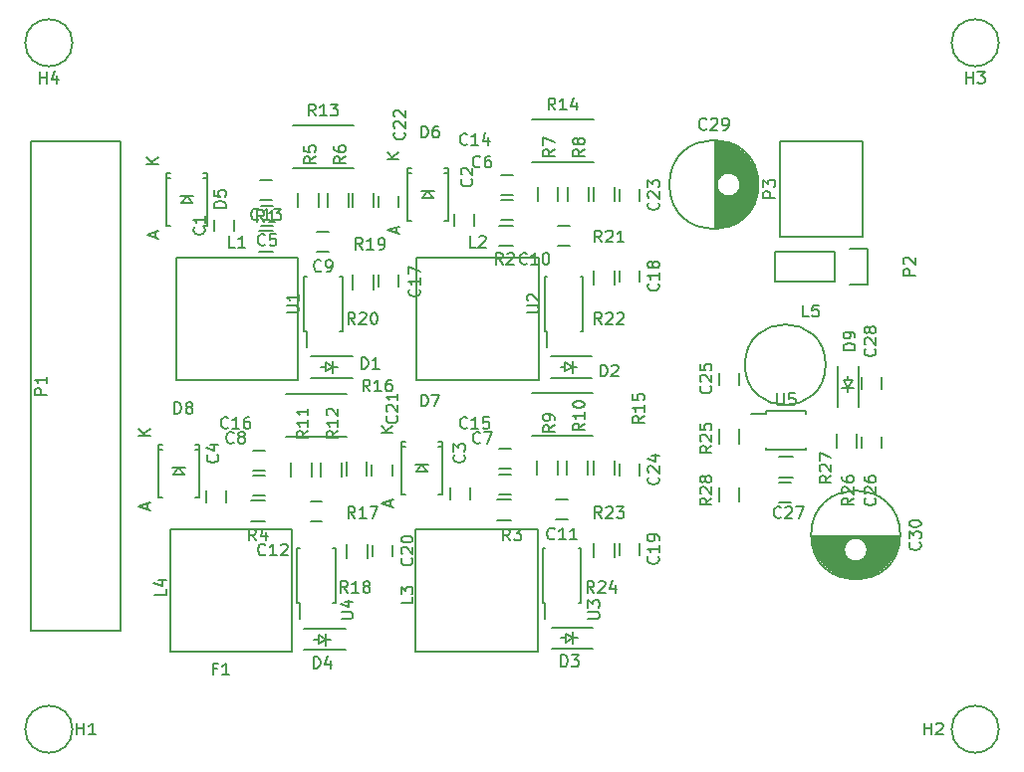
<source format=gto>
G04 #@! TF.FileFunction,Legend,Top*
%FSLAX46Y46*%
G04 Gerber Fmt 4.6, Leading zero omitted, Abs format (unit mm)*
G04 Created by KiCad (PCBNEW (after 2015-mar-04 BZR unknown)-product) date Fri 03 Jul 2015 12:36:09 AM EDT*
%MOMM*%
G01*
G04 APERTURE LIST*
%ADD10C,0.150000*%
G04 APERTURE END LIST*
D10*
X143612500Y-55672100D02*
X143612500Y-56672100D01*
X145312500Y-56672100D02*
X145312500Y-55672100D01*
X163996000Y-55227600D02*
X163996000Y-56227600D01*
X165696000Y-56227600D02*
X165696000Y-55227600D01*
X163678500Y-78468600D02*
X163678500Y-79468600D01*
X165378500Y-79468600D02*
X165378500Y-78468600D01*
X142914000Y-78722600D02*
X142914000Y-79722600D01*
X144614000Y-79722600D02*
X144614000Y-78722600D01*
X147582000Y-56196600D02*
X148582000Y-56196600D01*
X148582000Y-54496600D02*
X147582000Y-54496600D01*
X167985500Y-55752100D02*
X168985500Y-55752100D01*
X168985500Y-54052100D02*
X167985500Y-54052100D01*
X167838500Y-79056600D02*
X168838500Y-79056600D01*
X168838500Y-77356600D02*
X167838500Y-77356600D01*
X146927000Y-79183600D02*
X147927000Y-79183600D01*
X147927000Y-77483600D02*
X146927000Y-77483600D01*
X152344500Y-58419100D02*
X153344500Y-58419100D01*
X153344500Y-56719100D02*
X152344500Y-56719100D01*
X172791500Y-57911100D02*
X173791500Y-57911100D01*
X173791500Y-56211100D02*
X172791500Y-56211100D01*
X172664500Y-81215600D02*
X173664500Y-81215600D01*
X173664500Y-79515600D02*
X172664500Y-79515600D01*
X151773000Y-81342600D02*
X152773000Y-81342600D01*
X152773000Y-79642600D02*
X151773000Y-79642600D01*
X147518500Y-54037600D02*
X148518500Y-54037600D01*
X148518500Y-52337600D02*
X147518500Y-52337600D01*
X168009000Y-53593100D02*
X169009000Y-53593100D01*
X169009000Y-51893100D02*
X168009000Y-51893100D01*
X167838500Y-76897600D02*
X168838500Y-76897600D01*
X168838500Y-75197600D02*
X167838500Y-75197600D01*
X146883500Y-77024600D02*
X147883500Y-77024600D01*
X147883500Y-75324600D02*
X146883500Y-75324600D01*
X159282500Y-61371100D02*
X159282500Y-60371100D01*
X157582500Y-60371100D02*
X157582500Y-61371100D01*
X179729500Y-60990100D02*
X179729500Y-59990100D01*
X178029500Y-59990100D02*
X178029500Y-60990100D01*
X179716800Y-84218400D02*
X179716800Y-83218400D01*
X178016800Y-83218400D02*
X178016800Y-84218400D01*
X158774500Y-84358100D02*
X158774500Y-83358100D01*
X157074500Y-83358100D02*
X157074500Y-84358100D01*
X158711000Y-77500100D02*
X158711000Y-76500100D01*
X157011000Y-76500100D02*
X157011000Y-77500100D01*
X159282500Y-54640100D02*
X159282500Y-53640100D01*
X157582500Y-53640100D02*
X157582500Y-54640100D01*
X179729500Y-54088600D02*
X179729500Y-53088600D01*
X178029500Y-53088600D02*
X178029500Y-54088600D01*
X179729500Y-77456600D02*
X179729500Y-76456600D01*
X178029500Y-76456600D02*
X178029500Y-77456600D01*
X188225800Y-69783900D02*
X188225800Y-68783900D01*
X186525800Y-68783900D02*
X186525800Y-69783900D01*
X198654300Y-74137900D02*
X198654300Y-75137900D01*
X200354300Y-75137900D02*
X200354300Y-74137900D01*
X192638300Y-78042400D02*
X191638300Y-78042400D01*
X191638300Y-79742400D02*
X192638300Y-79742400D01*
X198654300Y-69121400D02*
X198654300Y-70121400D01*
X200354300Y-70121400D02*
X200354300Y-69121400D01*
X153044517Y-68237100D02*
X152663517Y-68237100D01*
X154060517Y-68237100D02*
X153679517Y-68237100D01*
X153679517Y-68237100D02*
X153044517Y-68618100D01*
X153044517Y-68618100D02*
X153044517Y-67856100D01*
X153044517Y-67856100D02*
X153679517Y-68237100D01*
X153679517Y-68745100D02*
X153679517Y-67729100D01*
X155362017Y-67337100D02*
X151822017Y-67337100D01*
X155362017Y-69137100D02*
X151822017Y-69137100D01*
X173402500Y-68237100D02*
X173021500Y-68237100D01*
X174418500Y-68237100D02*
X174037500Y-68237100D01*
X174037500Y-68237100D02*
X173402500Y-68618100D01*
X173402500Y-68618100D02*
X173402500Y-67856100D01*
X173402500Y-67856100D02*
X174037500Y-68237100D01*
X174037500Y-68745100D02*
X174037500Y-67729100D01*
X175720000Y-67337100D02*
X172180000Y-67337100D01*
X175720000Y-69137100D02*
X172180000Y-69137100D01*
X173482000Y-91287600D02*
X173101000Y-91287600D01*
X174498000Y-91287600D02*
X174117000Y-91287600D01*
X174117000Y-91287600D02*
X173482000Y-91668600D01*
X173482000Y-91668600D02*
X173482000Y-90906600D01*
X173482000Y-90906600D02*
X174117000Y-91287600D01*
X174117000Y-91795600D02*
X174117000Y-90779600D01*
X175799500Y-90387600D02*
X172259500Y-90387600D01*
X175799500Y-92187600D02*
X172259500Y-92187600D01*
X152463500Y-91414600D02*
X152082500Y-91414600D01*
X153479500Y-91414600D02*
X153098500Y-91414600D01*
X153098500Y-91414600D02*
X152463500Y-91795600D01*
X152463500Y-91795600D02*
X152463500Y-91033600D01*
X152463500Y-91033600D02*
X153098500Y-91414600D01*
X153098500Y-91922600D02*
X153098500Y-90906600D01*
X154781000Y-90514600D02*
X151241000Y-90514600D01*
X154781000Y-92314600D02*
X151241000Y-92314600D01*
X141287500Y-53699600D02*
X141737500Y-54249600D01*
X141737500Y-54249600D02*
X140837500Y-54249600D01*
X140837500Y-54249600D02*
X141287500Y-53699600D01*
X141837500Y-53699600D02*
X140737500Y-53699600D01*
X139537440Y-52150460D02*
X139887960Y-52150460D01*
X143037560Y-52150460D02*
X142687040Y-52150460D01*
X139537440Y-56200040D02*
X139887960Y-56200040D01*
X139537440Y-51699160D02*
X139887960Y-51699160D01*
X143037560Y-51699160D02*
X142687040Y-51699160D01*
X143037560Y-56200040D02*
X142687040Y-56200040D01*
X139537440Y-51699160D02*
X139537440Y-56200040D01*
X143037560Y-51699160D02*
X143037560Y-56200040D01*
X161734500Y-53295740D02*
X162184500Y-53845740D01*
X162184500Y-53845740D02*
X161284500Y-53845740D01*
X161284500Y-53845740D02*
X161734500Y-53295740D01*
X162284500Y-53295740D02*
X161184500Y-53295740D01*
X159984440Y-51746600D02*
X160334960Y-51746600D01*
X163484560Y-51746600D02*
X163134040Y-51746600D01*
X159984440Y-55796180D02*
X160334960Y-55796180D01*
X159984440Y-51295300D02*
X160334960Y-51295300D01*
X163484560Y-51295300D02*
X163134040Y-51295300D01*
X163484560Y-55796180D02*
X163134040Y-55796180D01*
X159984440Y-51295300D02*
X159984440Y-55796180D01*
X163484560Y-51295300D02*
X163484560Y-55796180D01*
X161226500Y-76559600D02*
X161676500Y-77109600D01*
X161676500Y-77109600D02*
X160776500Y-77109600D01*
X160776500Y-77109600D02*
X161226500Y-76559600D01*
X161776500Y-76559600D02*
X160676500Y-76559600D01*
X159476440Y-75010460D02*
X159826960Y-75010460D01*
X162976560Y-75010460D02*
X162626040Y-75010460D01*
X159476440Y-79060040D02*
X159826960Y-79060040D01*
X159476440Y-74559160D02*
X159826960Y-74559160D01*
X162976560Y-74559160D02*
X162626040Y-74559160D01*
X162976560Y-79060040D02*
X162626040Y-79060040D01*
X159476440Y-74559160D02*
X159476440Y-79060040D01*
X162976560Y-74559160D02*
X162976560Y-79060040D01*
X140589000Y-76813600D02*
X141039000Y-77363600D01*
X141039000Y-77363600D02*
X140139000Y-77363600D01*
X140139000Y-77363600D02*
X140589000Y-76813600D01*
X141139000Y-76813600D02*
X140039000Y-76813600D01*
X138838940Y-75264460D02*
X139189460Y-75264460D01*
X142339060Y-75264460D02*
X141988540Y-75264460D01*
X138838940Y-79314040D02*
X139189460Y-79314040D01*
X138838940Y-74813160D02*
X139189460Y-74813160D01*
X142339060Y-74813160D02*
X141988540Y-74813160D01*
X142339060Y-79314040D02*
X141988540Y-79314040D01*
X138838940Y-74813160D02*
X138838940Y-79314040D01*
X142339060Y-74813160D02*
X142339060Y-79314040D01*
X197485000Y-69351400D02*
X197485000Y-68970400D01*
X197485000Y-70367400D02*
X197485000Y-69986400D01*
X197485000Y-69986400D02*
X197104000Y-69351400D01*
X197104000Y-69351400D02*
X197866000Y-69351400D01*
X197866000Y-69351400D02*
X197485000Y-69986400D01*
X196977000Y-69986400D02*
X197993000Y-69986400D01*
X198385000Y-71668900D02*
X198385000Y-68128900D01*
X196585000Y-71668900D02*
X196585000Y-68128900D01*
X160789000Y-58909600D02*
X160789000Y-69309600D01*
X171189000Y-58909600D02*
X171189000Y-69309600D01*
X160789000Y-58909600D02*
X171189000Y-58909600D01*
X160789000Y-69309600D02*
X171189000Y-69309600D01*
X160725500Y-82023600D02*
X160725500Y-92423600D01*
X171125500Y-82023600D02*
X171125500Y-92423600D01*
X160725500Y-82023600D02*
X171125500Y-82023600D01*
X160725500Y-92423600D02*
X171125500Y-92423600D01*
X139834000Y-82023600D02*
X139834000Y-92423600D01*
X150234000Y-82023600D02*
X150234000Y-92423600D01*
X139834000Y-82023600D02*
X150234000Y-82023600D01*
X139834000Y-92423600D02*
X150234000Y-92423600D01*
X195567300Y-68033900D02*
G75*
G03X195567300Y-68033900I-3429000J0D01*
G01*
X196342000Y-58420000D02*
X191262000Y-58420000D01*
X191262000Y-58420000D02*
X191262000Y-60960000D01*
X191262000Y-60960000D02*
X196342000Y-60960000D01*
X199162000Y-61240000D02*
X197612000Y-61240000D01*
X196342000Y-60960000D02*
X196342000Y-58420000D01*
X197612000Y-58140000D02*
X199162000Y-58140000D01*
X199162000Y-58140000D02*
X199162000Y-61240000D01*
X148602000Y-58380600D02*
X147402000Y-58380600D01*
X147402000Y-56630600D02*
X148602000Y-56630600D01*
X168985500Y-57936100D02*
X167785500Y-57936100D01*
X167785500Y-56186100D02*
X168985500Y-56186100D01*
X168811500Y-81240600D02*
X167611500Y-81240600D01*
X167611500Y-79490600D02*
X168811500Y-79490600D01*
X147920000Y-81367600D02*
X146720000Y-81367600D01*
X146720000Y-79617600D02*
X147920000Y-79617600D01*
X152449500Y-53413100D02*
X152449500Y-54613100D01*
X150699500Y-54613100D02*
X150699500Y-53413100D01*
X154989500Y-53413100D02*
X154989500Y-54613100D01*
X153239500Y-54613100D02*
X153239500Y-53413100D01*
X172833000Y-52905100D02*
X172833000Y-54105100D01*
X171083000Y-54105100D02*
X171083000Y-52905100D01*
X175436500Y-52905100D02*
X175436500Y-54105100D01*
X173686500Y-54105100D02*
X173686500Y-52905100D01*
X172769500Y-76209600D02*
X172769500Y-77409600D01*
X171019500Y-77409600D02*
X171019500Y-76209600D01*
X175309500Y-76209600D02*
X175309500Y-77409600D01*
X173559500Y-77409600D02*
X173559500Y-76209600D01*
X151878000Y-76336600D02*
X151878000Y-77536600D01*
X150128000Y-77536600D02*
X150128000Y-76336600D01*
X154418000Y-76336600D02*
X154418000Y-77536600D01*
X152668000Y-77536600D02*
X152668000Y-76336600D01*
X155444500Y-51329600D02*
X150244500Y-51329600D01*
X150244500Y-47679600D02*
X155444500Y-47679600D01*
X175828000Y-50821600D02*
X170628000Y-50821600D01*
X170628000Y-47171600D02*
X175828000Y-47171600D01*
X175764500Y-74062600D02*
X170564500Y-74062600D01*
X170564500Y-70412600D02*
X175764500Y-70412600D01*
X154873000Y-74189600D02*
X149673000Y-74189600D01*
X149673000Y-70539600D02*
X154873000Y-70539600D01*
X154827000Y-77473100D02*
X154827000Y-76273100D01*
X156577000Y-76273100D02*
X156577000Y-77473100D01*
X154890500Y-84521600D02*
X154890500Y-83321600D01*
X156640500Y-83321600D02*
X156640500Y-84521600D01*
X155398500Y-54613100D02*
X155398500Y-53413100D01*
X157148500Y-53413100D02*
X157148500Y-54613100D01*
X155398500Y-61598100D02*
X155398500Y-60398100D01*
X157148500Y-60398100D02*
X157148500Y-61598100D01*
X175845500Y-54088600D02*
X175845500Y-52888600D01*
X177595500Y-52888600D02*
X177595500Y-54088600D01*
X175845500Y-61217100D02*
X175845500Y-60017100D01*
X177595500Y-60017100D02*
X177595500Y-61217100D01*
X175845500Y-77409600D02*
X175845500Y-76209600D01*
X177595500Y-76209600D02*
X177595500Y-77409600D01*
X175858200Y-84420000D02*
X175858200Y-83220000D01*
X177608200Y-83220000D02*
X177608200Y-84420000D01*
X186500800Y-74729900D02*
X186500800Y-73529900D01*
X188250800Y-73529900D02*
X188250800Y-74729900D01*
X196470300Y-75110900D02*
X196470300Y-73910900D01*
X198220300Y-73910900D02*
X198220300Y-75110900D01*
X191601800Y-75858400D02*
X192801800Y-75858400D01*
X192801800Y-77608400D02*
X191601800Y-77608400D01*
X186500800Y-79682900D02*
X186500800Y-78482900D01*
X188250800Y-78482900D02*
X188250800Y-79682900D01*
X151229017Y-65163277D02*
X151429017Y-65163277D01*
X151229017Y-60513277D02*
X151429017Y-60513277D01*
X154479017Y-60513277D02*
X154279017Y-60513277D01*
X154479017Y-65163277D02*
X154279017Y-65163277D01*
X151229017Y-65163277D02*
X151229017Y-60513277D01*
X154479017Y-65163277D02*
X154479017Y-60513277D01*
X151429017Y-65163277D02*
X151429017Y-66513277D01*
X171666500Y-65164600D02*
X171866500Y-65164600D01*
X171666500Y-60514600D02*
X171866500Y-60514600D01*
X174916500Y-60514600D02*
X174716500Y-60514600D01*
X174916500Y-65164600D02*
X174716500Y-65164600D01*
X171666500Y-65164600D02*
X171666500Y-60514600D01*
X174916500Y-65164600D02*
X174916500Y-60514600D01*
X171866500Y-65164600D02*
X171866500Y-66514600D01*
X171539500Y-88278600D02*
X171739500Y-88278600D01*
X171539500Y-83628600D02*
X171739500Y-83628600D01*
X174789500Y-83628600D02*
X174589500Y-83628600D01*
X174789500Y-88278600D02*
X174589500Y-88278600D01*
X171539500Y-88278600D02*
X171539500Y-83628600D01*
X174789500Y-88278600D02*
X174789500Y-83628600D01*
X171739500Y-88278600D02*
X171739500Y-89628600D01*
X150648000Y-88278600D02*
X150848000Y-88278600D01*
X150648000Y-83628600D02*
X150848000Y-83628600D01*
X153898000Y-83628600D02*
X153698000Y-83628600D01*
X153898000Y-88278600D02*
X153698000Y-88278600D01*
X150648000Y-88278600D02*
X150648000Y-83628600D01*
X153898000Y-88278600D02*
X153898000Y-83628600D01*
X150848000Y-88278600D02*
X150848000Y-89628600D01*
X190522943Y-71956400D02*
X190522943Y-72206400D01*
X193872943Y-71956400D02*
X193872943Y-72206400D01*
X193872943Y-75306400D02*
X193872943Y-75056400D01*
X190522943Y-75306400D02*
X190522943Y-75056400D01*
X190522943Y-71956400D02*
X193872943Y-71956400D01*
X190522943Y-75306400D02*
X193872943Y-75306400D01*
X190522943Y-72206400D02*
X189272943Y-72206400D01*
X131540000Y-99060000D02*
G75*
G03X131540000Y-99060000I-2000000J0D01*
G01*
X210280000Y-99060000D02*
G75*
G03X210280000Y-99060000I-2000000J0D01*
G01*
X210280000Y-40640000D02*
G75*
G03X210280000Y-40640000I-2000000J0D01*
G01*
X131540000Y-40640000D02*
G75*
G03X131540000Y-40640000I-2000000J0D01*
G01*
X186150000Y-48956000D02*
X186150000Y-56454000D01*
X186290000Y-48961000D02*
X186290000Y-56449000D01*
X186430000Y-48972000D02*
X186430000Y-52259000D01*
X186430000Y-53151000D02*
X186430000Y-56438000D01*
X186570000Y-48988000D02*
X186570000Y-52049000D01*
X186570000Y-53361000D02*
X186570000Y-56422000D01*
X186710000Y-49009000D02*
X186710000Y-51916000D01*
X186710000Y-53494000D02*
X186710000Y-56401000D01*
X186850000Y-49036000D02*
X186850000Y-51825000D01*
X186850000Y-53585000D02*
X186850000Y-56374000D01*
X186990000Y-49068000D02*
X186990000Y-51763000D01*
X186990000Y-53647000D02*
X186990000Y-56342000D01*
X187130000Y-49106000D02*
X187130000Y-51724000D01*
X187130000Y-53686000D02*
X187130000Y-56304000D01*
X187270000Y-49150000D02*
X187270000Y-51707000D01*
X187270000Y-53703000D02*
X187270000Y-56260000D01*
X187410000Y-49201000D02*
X187410000Y-51709000D01*
X187410000Y-53701000D02*
X187410000Y-56209000D01*
X187550000Y-49257000D02*
X187550000Y-51731000D01*
X187550000Y-53679000D02*
X187550000Y-56153000D01*
X187690000Y-49321000D02*
X187690000Y-51774000D01*
X187690000Y-53636000D02*
X187690000Y-56089000D01*
X187830000Y-49391000D02*
X187830000Y-51842000D01*
X187830000Y-53568000D02*
X187830000Y-56019000D01*
X187970000Y-49469000D02*
X187970000Y-51941000D01*
X187970000Y-53469000D02*
X187970000Y-55941000D01*
X188110000Y-49555000D02*
X188110000Y-52086000D01*
X188110000Y-53324000D02*
X188110000Y-55855000D01*
X188250000Y-49650000D02*
X188250000Y-52325000D01*
X188250000Y-53085000D02*
X188250000Y-55760000D01*
X188390000Y-49755000D02*
X188390000Y-55655000D01*
X188530000Y-49870000D02*
X188530000Y-55540000D01*
X188670000Y-49998000D02*
X188670000Y-55412000D01*
X188810000Y-50139000D02*
X188810000Y-55271000D01*
X188950000Y-50297000D02*
X188950000Y-55113000D01*
X189090000Y-50475000D02*
X189090000Y-54935000D01*
X189230000Y-50678000D02*
X189230000Y-54732000D01*
X189370000Y-50915000D02*
X189370000Y-54495000D01*
X189510000Y-51201000D02*
X189510000Y-54209000D01*
X189650000Y-51573000D02*
X189650000Y-53837000D01*
X189790000Y-52194000D02*
X189790000Y-53216000D01*
X188325000Y-52705000D02*
G75*
G03X188325000Y-52705000I-1000000J0D01*
G01*
X189862500Y-52705000D02*
G75*
G03X189862500Y-52705000I-3787500J0D01*
G01*
X201869000Y-82605000D02*
X194371000Y-82605000D01*
X201864000Y-82745000D02*
X194376000Y-82745000D01*
X201853000Y-82885000D02*
X198566000Y-82885000D01*
X197674000Y-82885000D02*
X194387000Y-82885000D01*
X201837000Y-83025000D02*
X198776000Y-83025000D01*
X197464000Y-83025000D02*
X194403000Y-83025000D01*
X201816000Y-83165000D02*
X198909000Y-83165000D01*
X197331000Y-83165000D02*
X194424000Y-83165000D01*
X201789000Y-83305000D02*
X199000000Y-83305000D01*
X197240000Y-83305000D02*
X194451000Y-83305000D01*
X201757000Y-83445000D02*
X199062000Y-83445000D01*
X197178000Y-83445000D02*
X194483000Y-83445000D01*
X201719000Y-83585000D02*
X199101000Y-83585000D01*
X197139000Y-83585000D02*
X194521000Y-83585000D01*
X201675000Y-83725000D02*
X199118000Y-83725000D01*
X197122000Y-83725000D02*
X194565000Y-83725000D01*
X201624000Y-83865000D02*
X199116000Y-83865000D01*
X197124000Y-83865000D02*
X194616000Y-83865000D01*
X201568000Y-84005000D02*
X199094000Y-84005000D01*
X197146000Y-84005000D02*
X194672000Y-84005000D01*
X201504000Y-84145000D02*
X199051000Y-84145000D01*
X197189000Y-84145000D02*
X194736000Y-84145000D01*
X201434000Y-84285000D02*
X198983000Y-84285000D01*
X197257000Y-84285000D02*
X194806000Y-84285000D01*
X201356000Y-84425000D02*
X198884000Y-84425000D01*
X197356000Y-84425000D02*
X194884000Y-84425000D01*
X201270000Y-84565000D02*
X198739000Y-84565000D01*
X197501000Y-84565000D02*
X194970000Y-84565000D01*
X201175000Y-84705000D02*
X198500000Y-84705000D01*
X197740000Y-84705000D02*
X195065000Y-84705000D01*
X201070000Y-84845000D02*
X195170000Y-84845000D01*
X200955000Y-84985000D02*
X195285000Y-84985000D01*
X200827000Y-85125000D02*
X195413000Y-85125000D01*
X200686000Y-85265000D02*
X195554000Y-85265000D01*
X200528000Y-85405000D02*
X195712000Y-85405000D01*
X200350000Y-85545000D02*
X195890000Y-85545000D01*
X200147000Y-85685000D02*
X196093000Y-85685000D01*
X199910000Y-85825000D02*
X196330000Y-85825000D01*
X199624000Y-85965000D02*
X196616000Y-85965000D01*
X199252000Y-86105000D02*
X196988000Y-86105000D01*
X198631000Y-86245000D02*
X197609000Y-86245000D01*
X199120000Y-83780000D02*
G75*
G03X199120000Y-83780000I-1000000J0D01*
G01*
X201907500Y-82530000D02*
G75*
G03X201907500Y-82530000I-3787500J0D01*
G01*
X128025000Y-49030000D02*
X128025000Y-90670000D01*
X135645000Y-49030000D02*
X135645000Y-90670000D01*
X135645000Y-90670000D02*
X128045000Y-90670000D01*
X135645000Y-49030000D02*
X128045000Y-49030000D01*
X140342000Y-58909600D02*
X140342000Y-69309600D01*
X150742000Y-58909600D02*
X150742000Y-69309600D01*
X140342000Y-58909600D02*
X150742000Y-58909600D01*
X140342000Y-69309600D02*
X150742000Y-69309600D01*
X191672000Y-57136000D02*
X198672000Y-57136000D01*
X198672000Y-49036000D02*
X198672000Y-57136000D01*
X198672000Y-49036000D02*
X191672000Y-49036000D01*
X191672000Y-57136000D02*
X191672000Y-49036000D01*
X142719643Y-56338766D02*
X142767262Y-56386385D01*
X142814881Y-56529242D01*
X142814881Y-56624480D01*
X142767262Y-56767338D01*
X142672024Y-56862576D01*
X142576786Y-56910195D01*
X142386310Y-56957814D01*
X142243452Y-56957814D01*
X142052976Y-56910195D01*
X141957738Y-56862576D01*
X141862500Y-56767338D01*
X141814881Y-56624480D01*
X141814881Y-56529242D01*
X141862500Y-56386385D01*
X141910119Y-56338766D01*
X142814881Y-55386385D02*
X142814881Y-55957814D01*
X142814881Y-55672100D02*
X141814881Y-55672100D01*
X141957738Y-55767338D01*
X142052976Y-55862576D01*
X142100595Y-55957814D01*
X165457143Y-52236666D02*
X165504762Y-52284285D01*
X165552381Y-52427142D01*
X165552381Y-52522380D01*
X165504762Y-52665238D01*
X165409524Y-52760476D01*
X165314286Y-52808095D01*
X165123810Y-52855714D01*
X164980952Y-52855714D01*
X164790476Y-52808095D01*
X164695238Y-52760476D01*
X164600000Y-52665238D01*
X164552381Y-52522380D01*
X164552381Y-52427142D01*
X164600000Y-52284285D01*
X164647619Y-52236666D01*
X164647619Y-51855714D02*
X164600000Y-51808095D01*
X164552381Y-51712857D01*
X164552381Y-51474761D01*
X164600000Y-51379523D01*
X164647619Y-51331904D01*
X164742857Y-51284285D01*
X164838095Y-51284285D01*
X164980952Y-51331904D01*
X165552381Y-51903333D01*
X165552381Y-51284285D01*
X164822143Y-75731666D02*
X164869762Y-75779285D01*
X164917381Y-75922142D01*
X164917381Y-76017380D01*
X164869762Y-76160238D01*
X164774524Y-76255476D01*
X164679286Y-76303095D01*
X164488810Y-76350714D01*
X164345952Y-76350714D01*
X164155476Y-76303095D01*
X164060238Y-76255476D01*
X163965000Y-76160238D01*
X163917381Y-76017380D01*
X163917381Y-75922142D01*
X163965000Y-75779285D01*
X164012619Y-75731666D01*
X163917381Y-75398333D02*
X163917381Y-74779285D01*
X164298333Y-75112619D01*
X164298333Y-74969761D01*
X164345952Y-74874523D01*
X164393571Y-74826904D01*
X164488810Y-74779285D01*
X164726905Y-74779285D01*
X164822143Y-74826904D01*
X164869762Y-74874523D01*
X164917381Y-74969761D01*
X164917381Y-75255476D01*
X164869762Y-75350714D01*
X164822143Y-75398333D01*
X143867143Y-75731666D02*
X143914762Y-75779285D01*
X143962381Y-75922142D01*
X143962381Y-76017380D01*
X143914762Y-76160238D01*
X143819524Y-76255476D01*
X143724286Y-76303095D01*
X143533810Y-76350714D01*
X143390952Y-76350714D01*
X143200476Y-76303095D01*
X143105238Y-76255476D01*
X143010000Y-76160238D01*
X142962381Y-76017380D01*
X142962381Y-75922142D01*
X143010000Y-75779285D01*
X143057619Y-75731666D01*
X143295714Y-74874523D02*
X143962381Y-74874523D01*
X142914762Y-75112619D02*
X143629048Y-75350714D01*
X143629048Y-74731666D01*
X147915334Y-57803743D02*
X147867715Y-57851362D01*
X147724858Y-57898981D01*
X147629620Y-57898981D01*
X147486762Y-57851362D01*
X147391524Y-57756124D01*
X147343905Y-57660886D01*
X147296286Y-57470410D01*
X147296286Y-57327552D01*
X147343905Y-57137076D01*
X147391524Y-57041838D01*
X147486762Y-56946600D01*
X147629620Y-56898981D01*
X147724858Y-56898981D01*
X147867715Y-56946600D01*
X147915334Y-56994219D01*
X148820096Y-56898981D02*
X148343905Y-56898981D01*
X148296286Y-57375171D01*
X148343905Y-57327552D01*
X148439143Y-57279933D01*
X148677239Y-57279933D01*
X148772477Y-57327552D01*
X148820096Y-57375171D01*
X148867715Y-57470410D01*
X148867715Y-57708505D01*
X148820096Y-57803743D01*
X148772477Y-57851362D01*
X148677239Y-57898981D01*
X148439143Y-57898981D01*
X148343905Y-57851362D01*
X148296286Y-57803743D01*
X166203334Y-51157143D02*
X166155715Y-51204762D01*
X166012858Y-51252381D01*
X165917620Y-51252381D01*
X165774762Y-51204762D01*
X165679524Y-51109524D01*
X165631905Y-51014286D01*
X165584286Y-50823810D01*
X165584286Y-50680952D01*
X165631905Y-50490476D01*
X165679524Y-50395238D01*
X165774762Y-50300000D01*
X165917620Y-50252381D01*
X166012858Y-50252381D01*
X166155715Y-50300000D01*
X166203334Y-50347619D01*
X167060477Y-50252381D02*
X166870000Y-50252381D01*
X166774762Y-50300000D01*
X166727143Y-50347619D01*
X166631905Y-50490476D01*
X166584286Y-50680952D01*
X166584286Y-51061905D01*
X166631905Y-51157143D01*
X166679524Y-51204762D01*
X166774762Y-51252381D01*
X166965239Y-51252381D01*
X167060477Y-51204762D01*
X167108096Y-51157143D01*
X167155715Y-51061905D01*
X167155715Y-50823810D01*
X167108096Y-50728571D01*
X167060477Y-50680952D01*
X166965239Y-50633333D01*
X166774762Y-50633333D01*
X166679524Y-50680952D01*
X166631905Y-50728571D01*
X166584286Y-50823810D01*
X166203334Y-74652143D02*
X166155715Y-74699762D01*
X166012858Y-74747381D01*
X165917620Y-74747381D01*
X165774762Y-74699762D01*
X165679524Y-74604524D01*
X165631905Y-74509286D01*
X165584286Y-74318810D01*
X165584286Y-74175952D01*
X165631905Y-73985476D01*
X165679524Y-73890238D01*
X165774762Y-73795000D01*
X165917620Y-73747381D01*
X166012858Y-73747381D01*
X166155715Y-73795000D01*
X166203334Y-73842619D01*
X166536667Y-73747381D02*
X167203334Y-73747381D01*
X166774762Y-74747381D01*
X145248334Y-74652143D02*
X145200715Y-74699762D01*
X145057858Y-74747381D01*
X144962620Y-74747381D01*
X144819762Y-74699762D01*
X144724524Y-74604524D01*
X144676905Y-74509286D01*
X144629286Y-74318810D01*
X144629286Y-74175952D01*
X144676905Y-73985476D01*
X144724524Y-73890238D01*
X144819762Y-73795000D01*
X144962620Y-73747381D01*
X145057858Y-73747381D01*
X145200715Y-73795000D01*
X145248334Y-73842619D01*
X145819762Y-74175952D02*
X145724524Y-74128333D01*
X145676905Y-74080714D01*
X145629286Y-73985476D01*
X145629286Y-73937857D01*
X145676905Y-73842619D01*
X145724524Y-73795000D01*
X145819762Y-73747381D01*
X146010239Y-73747381D01*
X146105477Y-73795000D01*
X146153096Y-73842619D01*
X146200715Y-73937857D01*
X146200715Y-73985476D01*
X146153096Y-74080714D01*
X146105477Y-74128333D01*
X146010239Y-74175952D01*
X145819762Y-74175952D01*
X145724524Y-74223571D01*
X145676905Y-74271190D01*
X145629286Y-74366429D01*
X145629286Y-74556905D01*
X145676905Y-74652143D01*
X145724524Y-74699762D01*
X145819762Y-74747381D01*
X146010239Y-74747381D01*
X146105477Y-74699762D01*
X146153096Y-74652143D01*
X146200715Y-74556905D01*
X146200715Y-74366429D01*
X146153096Y-74271190D01*
X146105477Y-74223571D01*
X146010239Y-74175952D01*
X152677834Y-60026243D02*
X152630215Y-60073862D01*
X152487358Y-60121481D01*
X152392120Y-60121481D01*
X152249262Y-60073862D01*
X152154024Y-59978624D01*
X152106405Y-59883386D01*
X152058786Y-59692910D01*
X152058786Y-59550052D01*
X152106405Y-59359576D01*
X152154024Y-59264338D01*
X152249262Y-59169100D01*
X152392120Y-59121481D01*
X152487358Y-59121481D01*
X152630215Y-59169100D01*
X152677834Y-59216719D01*
X153154024Y-60121481D02*
X153344500Y-60121481D01*
X153439739Y-60073862D01*
X153487358Y-60026243D01*
X153582596Y-59883386D01*
X153630215Y-59692910D01*
X153630215Y-59311957D01*
X153582596Y-59216719D01*
X153534977Y-59169100D01*
X153439739Y-59121481D01*
X153249262Y-59121481D01*
X153154024Y-59169100D01*
X153106405Y-59216719D01*
X153058786Y-59311957D01*
X153058786Y-59550052D01*
X153106405Y-59645290D01*
X153154024Y-59692910D01*
X153249262Y-59740529D01*
X153439739Y-59740529D01*
X153534977Y-59692910D01*
X153582596Y-59645290D01*
X153630215Y-59550052D01*
X170172143Y-59412143D02*
X170124524Y-59459762D01*
X169981667Y-59507381D01*
X169886429Y-59507381D01*
X169743571Y-59459762D01*
X169648333Y-59364524D01*
X169600714Y-59269286D01*
X169553095Y-59078810D01*
X169553095Y-58935952D01*
X169600714Y-58745476D01*
X169648333Y-58650238D01*
X169743571Y-58555000D01*
X169886429Y-58507381D01*
X169981667Y-58507381D01*
X170124524Y-58555000D01*
X170172143Y-58602619D01*
X171124524Y-59507381D02*
X170553095Y-59507381D01*
X170838809Y-59507381D02*
X170838809Y-58507381D01*
X170743571Y-58650238D01*
X170648333Y-58745476D01*
X170553095Y-58793095D01*
X171743571Y-58507381D02*
X171838810Y-58507381D01*
X171934048Y-58555000D01*
X171981667Y-58602619D01*
X172029286Y-58697857D01*
X172076905Y-58888333D01*
X172076905Y-59126429D01*
X172029286Y-59316905D01*
X171981667Y-59412143D01*
X171934048Y-59459762D01*
X171838810Y-59507381D01*
X171743571Y-59507381D01*
X171648333Y-59459762D01*
X171600714Y-59412143D01*
X171553095Y-59316905D01*
X171505476Y-59126429D01*
X171505476Y-58888333D01*
X171553095Y-58697857D01*
X171600714Y-58602619D01*
X171648333Y-58555000D01*
X171743571Y-58507381D01*
X172521643Y-82822743D02*
X172474024Y-82870362D01*
X172331167Y-82917981D01*
X172235929Y-82917981D01*
X172093071Y-82870362D01*
X171997833Y-82775124D01*
X171950214Y-82679886D01*
X171902595Y-82489410D01*
X171902595Y-82346552D01*
X171950214Y-82156076D01*
X171997833Y-82060838D01*
X172093071Y-81965600D01*
X172235929Y-81917981D01*
X172331167Y-81917981D01*
X172474024Y-81965600D01*
X172521643Y-82013219D01*
X173474024Y-82917981D02*
X172902595Y-82917981D01*
X173188309Y-82917981D02*
X173188309Y-81917981D01*
X173093071Y-82060838D01*
X172997833Y-82156076D01*
X172902595Y-82203695D01*
X174426405Y-82917981D02*
X173854976Y-82917981D01*
X174140690Y-82917981D02*
X174140690Y-81917981D01*
X174045452Y-82060838D01*
X173950214Y-82156076D01*
X173854976Y-82203695D01*
X147947143Y-84177143D02*
X147899524Y-84224762D01*
X147756667Y-84272381D01*
X147661429Y-84272381D01*
X147518571Y-84224762D01*
X147423333Y-84129524D01*
X147375714Y-84034286D01*
X147328095Y-83843810D01*
X147328095Y-83700952D01*
X147375714Y-83510476D01*
X147423333Y-83415238D01*
X147518571Y-83320000D01*
X147661429Y-83272381D01*
X147756667Y-83272381D01*
X147899524Y-83320000D01*
X147947143Y-83367619D01*
X148899524Y-84272381D02*
X148328095Y-84272381D01*
X148613809Y-84272381D02*
X148613809Y-83272381D01*
X148518571Y-83415238D01*
X148423333Y-83510476D01*
X148328095Y-83558095D01*
X149280476Y-83367619D02*
X149328095Y-83320000D01*
X149423333Y-83272381D01*
X149661429Y-83272381D01*
X149756667Y-83320000D01*
X149804286Y-83367619D01*
X149851905Y-83462857D01*
X149851905Y-83558095D01*
X149804286Y-83700952D01*
X149232857Y-84272381D01*
X149851905Y-84272381D01*
X147375643Y-55644743D02*
X147328024Y-55692362D01*
X147185167Y-55739981D01*
X147089929Y-55739981D01*
X146947071Y-55692362D01*
X146851833Y-55597124D01*
X146804214Y-55501886D01*
X146756595Y-55311410D01*
X146756595Y-55168552D01*
X146804214Y-54978076D01*
X146851833Y-54882838D01*
X146947071Y-54787600D01*
X147089929Y-54739981D01*
X147185167Y-54739981D01*
X147328024Y-54787600D01*
X147375643Y-54835219D01*
X148328024Y-55739981D02*
X147756595Y-55739981D01*
X148042309Y-55739981D02*
X148042309Y-54739981D01*
X147947071Y-54882838D01*
X147851833Y-54978076D01*
X147756595Y-55025695D01*
X148661357Y-54739981D02*
X149280405Y-54739981D01*
X148947071Y-55120933D01*
X149089929Y-55120933D01*
X149185167Y-55168552D01*
X149232786Y-55216171D01*
X149280405Y-55311410D01*
X149280405Y-55549505D01*
X149232786Y-55644743D01*
X149185167Y-55692362D01*
X149089929Y-55739981D01*
X148804214Y-55739981D01*
X148708976Y-55692362D01*
X148661357Y-55644743D01*
X165092143Y-49252143D02*
X165044524Y-49299762D01*
X164901667Y-49347381D01*
X164806429Y-49347381D01*
X164663571Y-49299762D01*
X164568333Y-49204524D01*
X164520714Y-49109286D01*
X164473095Y-48918810D01*
X164473095Y-48775952D01*
X164520714Y-48585476D01*
X164568333Y-48490238D01*
X164663571Y-48395000D01*
X164806429Y-48347381D01*
X164901667Y-48347381D01*
X165044524Y-48395000D01*
X165092143Y-48442619D01*
X166044524Y-49347381D02*
X165473095Y-49347381D01*
X165758809Y-49347381D02*
X165758809Y-48347381D01*
X165663571Y-48490238D01*
X165568333Y-48585476D01*
X165473095Y-48633095D01*
X166901667Y-48680714D02*
X166901667Y-49347381D01*
X166663571Y-48299762D02*
X166425476Y-49014048D01*
X167044524Y-49014048D01*
X165092143Y-73382143D02*
X165044524Y-73429762D01*
X164901667Y-73477381D01*
X164806429Y-73477381D01*
X164663571Y-73429762D01*
X164568333Y-73334524D01*
X164520714Y-73239286D01*
X164473095Y-73048810D01*
X164473095Y-72905952D01*
X164520714Y-72715476D01*
X164568333Y-72620238D01*
X164663571Y-72525000D01*
X164806429Y-72477381D01*
X164901667Y-72477381D01*
X165044524Y-72525000D01*
X165092143Y-72572619D01*
X166044524Y-73477381D02*
X165473095Y-73477381D01*
X165758809Y-73477381D02*
X165758809Y-72477381D01*
X165663571Y-72620238D01*
X165568333Y-72715476D01*
X165473095Y-72763095D01*
X166949286Y-72477381D02*
X166473095Y-72477381D01*
X166425476Y-72953571D01*
X166473095Y-72905952D01*
X166568333Y-72858333D01*
X166806429Y-72858333D01*
X166901667Y-72905952D01*
X166949286Y-72953571D01*
X166996905Y-73048810D01*
X166996905Y-73286905D01*
X166949286Y-73382143D01*
X166901667Y-73429762D01*
X166806429Y-73477381D01*
X166568333Y-73477381D01*
X166473095Y-73429762D01*
X166425476Y-73382143D01*
X144772143Y-73382143D02*
X144724524Y-73429762D01*
X144581667Y-73477381D01*
X144486429Y-73477381D01*
X144343571Y-73429762D01*
X144248333Y-73334524D01*
X144200714Y-73239286D01*
X144153095Y-73048810D01*
X144153095Y-72905952D01*
X144200714Y-72715476D01*
X144248333Y-72620238D01*
X144343571Y-72525000D01*
X144486429Y-72477381D01*
X144581667Y-72477381D01*
X144724524Y-72525000D01*
X144772143Y-72572619D01*
X145724524Y-73477381D02*
X145153095Y-73477381D01*
X145438809Y-73477381D02*
X145438809Y-72477381D01*
X145343571Y-72620238D01*
X145248333Y-72715476D01*
X145153095Y-72763095D01*
X146581667Y-72477381D02*
X146391190Y-72477381D01*
X146295952Y-72525000D01*
X146248333Y-72572619D01*
X146153095Y-72715476D01*
X146105476Y-72905952D01*
X146105476Y-73286905D01*
X146153095Y-73382143D01*
X146200714Y-73429762D01*
X146295952Y-73477381D01*
X146486429Y-73477381D01*
X146581667Y-73429762D01*
X146629286Y-73382143D01*
X146676905Y-73286905D01*
X146676905Y-73048810D01*
X146629286Y-72953571D01*
X146581667Y-72905952D01*
X146486429Y-72858333D01*
X146295952Y-72858333D01*
X146200714Y-72905952D01*
X146153095Y-72953571D01*
X146105476Y-73048810D01*
X161012143Y-61602857D02*
X161059762Y-61650476D01*
X161107381Y-61793333D01*
X161107381Y-61888571D01*
X161059762Y-62031429D01*
X160964524Y-62126667D01*
X160869286Y-62174286D01*
X160678810Y-62221905D01*
X160535952Y-62221905D01*
X160345476Y-62174286D01*
X160250238Y-62126667D01*
X160155000Y-62031429D01*
X160107381Y-61888571D01*
X160107381Y-61793333D01*
X160155000Y-61650476D01*
X160202619Y-61602857D01*
X161107381Y-60650476D02*
X161107381Y-61221905D01*
X161107381Y-60936191D02*
X160107381Y-60936191D01*
X160250238Y-61031429D01*
X160345476Y-61126667D01*
X160393095Y-61221905D01*
X160107381Y-60317143D02*
X160107381Y-59650476D01*
X161107381Y-60079048D01*
X181336643Y-61132957D02*
X181384262Y-61180576D01*
X181431881Y-61323433D01*
X181431881Y-61418671D01*
X181384262Y-61561529D01*
X181289024Y-61656767D01*
X181193786Y-61704386D01*
X181003310Y-61752005D01*
X180860452Y-61752005D01*
X180669976Y-61704386D01*
X180574738Y-61656767D01*
X180479500Y-61561529D01*
X180431881Y-61418671D01*
X180431881Y-61323433D01*
X180479500Y-61180576D01*
X180527119Y-61132957D01*
X181431881Y-60180576D02*
X181431881Y-60752005D01*
X181431881Y-60466291D02*
X180431881Y-60466291D01*
X180574738Y-60561529D01*
X180669976Y-60656767D01*
X180717595Y-60752005D01*
X180860452Y-59609148D02*
X180812833Y-59704386D01*
X180765214Y-59752005D01*
X180669976Y-59799624D01*
X180622357Y-59799624D01*
X180527119Y-59752005D01*
X180479500Y-59704386D01*
X180431881Y-59609148D01*
X180431881Y-59418671D01*
X180479500Y-59323433D01*
X180527119Y-59275814D01*
X180622357Y-59228195D01*
X180669976Y-59228195D01*
X180765214Y-59275814D01*
X180812833Y-59323433D01*
X180860452Y-59418671D01*
X180860452Y-59609148D01*
X180908071Y-59704386D01*
X180955690Y-59752005D01*
X181050929Y-59799624D01*
X181241405Y-59799624D01*
X181336643Y-59752005D01*
X181384262Y-59704386D01*
X181431881Y-59609148D01*
X181431881Y-59418671D01*
X181384262Y-59323433D01*
X181336643Y-59275814D01*
X181241405Y-59228195D01*
X181050929Y-59228195D01*
X180955690Y-59275814D01*
X180908071Y-59323433D01*
X180860452Y-59418671D01*
X181323943Y-84361257D02*
X181371562Y-84408876D01*
X181419181Y-84551733D01*
X181419181Y-84646971D01*
X181371562Y-84789829D01*
X181276324Y-84885067D01*
X181181086Y-84932686D01*
X180990610Y-84980305D01*
X180847752Y-84980305D01*
X180657276Y-84932686D01*
X180562038Y-84885067D01*
X180466800Y-84789829D01*
X180419181Y-84646971D01*
X180419181Y-84551733D01*
X180466800Y-84408876D01*
X180514419Y-84361257D01*
X181419181Y-83408876D02*
X181419181Y-83980305D01*
X181419181Y-83694591D02*
X180419181Y-83694591D01*
X180562038Y-83789829D01*
X180657276Y-83885067D01*
X180704895Y-83980305D01*
X181419181Y-82932686D02*
X181419181Y-82742210D01*
X181371562Y-82646971D01*
X181323943Y-82599352D01*
X181181086Y-82504114D01*
X180990610Y-82456495D01*
X180609657Y-82456495D01*
X180514419Y-82504114D01*
X180466800Y-82551733D01*
X180419181Y-82646971D01*
X180419181Y-82837448D01*
X180466800Y-82932686D01*
X180514419Y-82980305D01*
X180609657Y-83027924D01*
X180847752Y-83027924D01*
X180942990Y-82980305D01*
X180990610Y-82932686D01*
X181038229Y-82837448D01*
X181038229Y-82646971D01*
X180990610Y-82551733D01*
X180942990Y-82504114D01*
X180847752Y-82456495D01*
X160381643Y-84500957D02*
X160429262Y-84548576D01*
X160476881Y-84691433D01*
X160476881Y-84786671D01*
X160429262Y-84929529D01*
X160334024Y-85024767D01*
X160238786Y-85072386D01*
X160048310Y-85120005D01*
X159905452Y-85120005D01*
X159714976Y-85072386D01*
X159619738Y-85024767D01*
X159524500Y-84929529D01*
X159476881Y-84786671D01*
X159476881Y-84691433D01*
X159524500Y-84548576D01*
X159572119Y-84500957D01*
X159572119Y-84120005D02*
X159524500Y-84072386D01*
X159476881Y-83977148D01*
X159476881Y-83739052D01*
X159524500Y-83643814D01*
X159572119Y-83596195D01*
X159667357Y-83548576D01*
X159762595Y-83548576D01*
X159905452Y-83596195D01*
X160476881Y-84167624D01*
X160476881Y-83548576D01*
X159476881Y-82929529D02*
X159476881Y-82834290D01*
X159524500Y-82739052D01*
X159572119Y-82691433D01*
X159667357Y-82643814D01*
X159857833Y-82596195D01*
X160095929Y-82596195D01*
X160286405Y-82643814D01*
X160381643Y-82691433D01*
X160429262Y-82739052D01*
X160476881Y-82834290D01*
X160476881Y-82929529D01*
X160429262Y-83024767D01*
X160381643Y-83072386D01*
X160286405Y-83120005D01*
X160095929Y-83167624D01*
X159857833Y-83167624D01*
X159667357Y-83120005D01*
X159572119Y-83072386D01*
X159524500Y-83024767D01*
X159476881Y-82929529D01*
X159107143Y-72397857D02*
X159154762Y-72445476D01*
X159202381Y-72588333D01*
X159202381Y-72683571D01*
X159154762Y-72826429D01*
X159059524Y-72921667D01*
X158964286Y-72969286D01*
X158773810Y-73016905D01*
X158630952Y-73016905D01*
X158440476Y-72969286D01*
X158345238Y-72921667D01*
X158250000Y-72826429D01*
X158202381Y-72683571D01*
X158202381Y-72588333D01*
X158250000Y-72445476D01*
X158297619Y-72397857D01*
X158297619Y-72016905D02*
X158250000Y-71969286D01*
X158202381Y-71874048D01*
X158202381Y-71635952D01*
X158250000Y-71540714D01*
X158297619Y-71493095D01*
X158392857Y-71445476D01*
X158488095Y-71445476D01*
X158630952Y-71493095D01*
X159202381Y-72064524D01*
X159202381Y-71445476D01*
X159202381Y-70493095D02*
X159202381Y-71064524D01*
X159202381Y-70778810D02*
X158202381Y-70778810D01*
X158345238Y-70874048D01*
X158440476Y-70969286D01*
X158488095Y-71064524D01*
X159742143Y-48267857D02*
X159789762Y-48315476D01*
X159837381Y-48458333D01*
X159837381Y-48553571D01*
X159789762Y-48696429D01*
X159694524Y-48791667D01*
X159599286Y-48839286D01*
X159408810Y-48886905D01*
X159265952Y-48886905D01*
X159075476Y-48839286D01*
X158980238Y-48791667D01*
X158885000Y-48696429D01*
X158837381Y-48553571D01*
X158837381Y-48458333D01*
X158885000Y-48315476D01*
X158932619Y-48267857D01*
X158932619Y-47886905D02*
X158885000Y-47839286D01*
X158837381Y-47744048D01*
X158837381Y-47505952D01*
X158885000Y-47410714D01*
X158932619Y-47363095D01*
X159027857Y-47315476D01*
X159123095Y-47315476D01*
X159265952Y-47363095D01*
X159837381Y-47934524D01*
X159837381Y-47315476D01*
X158932619Y-46934524D02*
X158885000Y-46886905D01*
X158837381Y-46791667D01*
X158837381Y-46553571D01*
X158885000Y-46458333D01*
X158932619Y-46410714D01*
X159027857Y-46363095D01*
X159123095Y-46363095D01*
X159265952Y-46410714D01*
X159837381Y-46982143D01*
X159837381Y-46363095D01*
X181336643Y-54231457D02*
X181384262Y-54279076D01*
X181431881Y-54421933D01*
X181431881Y-54517171D01*
X181384262Y-54660029D01*
X181289024Y-54755267D01*
X181193786Y-54802886D01*
X181003310Y-54850505D01*
X180860452Y-54850505D01*
X180669976Y-54802886D01*
X180574738Y-54755267D01*
X180479500Y-54660029D01*
X180431881Y-54517171D01*
X180431881Y-54421933D01*
X180479500Y-54279076D01*
X180527119Y-54231457D01*
X180527119Y-53850505D02*
X180479500Y-53802886D01*
X180431881Y-53707648D01*
X180431881Y-53469552D01*
X180479500Y-53374314D01*
X180527119Y-53326695D01*
X180622357Y-53279076D01*
X180717595Y-53279076D01*
X180860452Y-53326695D01*
X181431881Y-53898124D01*
X181431881Y-53279076D01*
X180431881Y-52945743D02*
X180431881Y-52326695D01*
X180812833Y-52660029D01*
X180812833Y-52517171D01*
X180860452Y-52421933D01*
X180908071Y-52374314D01*
X181003310Y-52326695D01*
X181241405Y-52326695D01*
X181336643Y-52374314D01*
X181384262Y-52421933D01*
X181431881Y-52517171D01*
X181431881Y-52802886D01*
X181384262Y-52898124D01*
X181336643Y-52945743D01*
X181336643Y-77599457D02*
X181384262Y-77647076D01*
X181431881Y-77789933D01*
X181431881Y-77885171D01*
X181384262Y-78028029D01*
X181289024Y-78123267D01*
X181193786Y-78170886D01*
X181003310Y-78218505D01*
X180860452Y-78218505D01*
X180669976Y-78170886D01*
X180574738Y-78123267D01*
X180479500Y-78028029D01*
X180431881Y-77885171D01*
X180431881Y-77789933D01*
X180479500Y-77647076D01*
X180527119Y-77599457D01*
X180527119Y-77218505D02*
X180479500Y-77170886D01*
X180431881Y-77075648D01*
X180431881Y-76837552D01*
X180479500Y-76742314D01*
X180527119Y-76694695D01*
X180622357Y-76647076D01*
X180717595Y-76647076D01*
X180860452Y-76694695D01*
X181431881Y-77266124D01*
X181431881Y-76647076D01*
X180765214Y-75789933D02*
X181431881Y-75789933D01*
X180384262Y-76028029D02*
X181098548Y-76266124D01*
X181098548Y-75647076D01*
X185777143Y-69857857D02*
X185824762Y-69905476D01*
X185872381Y-70048333D01*
X185872381Y-70143571D01*
X185824762Y-70286429D01*
X185729524Y-70381667D01*
X185634286Y-70429286D01*
X185443810Y-70476905D01*
X185300952Y-70476905D01*
X185110476Y-70429286D01*
X185015238Y-70381667D01*
X184920000Y-70286429D01*
X184872381Y-70143571D01*
X184872381Y-70048333D01*
X184920000Y-69905476D01*
X184967619Y-69857857D01*
X184967619Y-69476905D02*
X184920000Y-69429286D01*
X184872381Y-69334048D01*
X184872381Y-69095952D01*
X184920000Y-69000714D01*
X184967619Y-68953095D01*
X185062857Y-68905476D01*
X185158095Y-68905476D01*
X185300952Y-68953095D01*
X185872381Y-69524524D01*
X185872381Y-68905476D01*
X184872381Y-68000714D02*
X184872381Y-68476905D01*
X185348571Y-68524524D01*
X185300952Y-68476905D01*
X185253333Y-68381667D01*
X185253333Y-68143571D01*
X185300952Y-68048333D01*
X185348571Y-68000714D01*
X185443810Y-67953095D01*
X185681905Y-67953095D01*
X185777143Y-68000714D01*
X185824762Y-68048333D01*
X185872381Y-68143571D01*
X185872381Y-68381667D01*
X185824762Y-68476905D01*
X185777143Y-68524524D01*
X199747143Y-79382857D02*
X199794762Y-79430476D01*
X199842381Y-79573333D01*
X199842381Y-79668571D01*
X199794762Y-79811429D01*
X199699524Y-79906667D01*
X199604286Y-79954286D01*
X199413810Y-80001905D01*
X199270952Y-80001905D01*
X199080476Y-79954286D01*
X198985238Y-79906667D01*
X198890000Y-79811429D01*
X198842381Y-79668571D01*
X198842381Y-79573333D01*
X198890000Y-79430476D01*
X198937619Y-79382857D01*
X198937619Y-79001905D02*
X198890000Y-78954286D01*
X198842381Y-78859048D01*
X198842381Y-78620952D01*
X198890000Y-78525714D01*
X198937619Y-78478095D01*
X199032857Y-78430476D01*
X199128095Y-78430476D01*
X199270952Y-78478095D01*
X199842381Y-79049524D01*
X199842381Y-78430476D01*
X198842381Y-77573333D02*
X198842381Y-77763810D01*
X198890000Y-77859048D01*
X198937619Y-77906667D01*
X199080476Y-78001905D01*
X199270952Y-78049524D01*
X199651905Y-78049524D01*
X199747143Y-78001905D01*
X199794762Y-77954286D01*
X199842381Y-77859048D01*
X199842381Y-77668571D01*
X199794762Y-77573333D01*
X199747143Y-77525714D01*
X199651905Y-77478095D01*
X199413810Y-77478095D01*
X199318571Y-77525714D01*
X199270952Y-77573333D01*
X199223333Y-77668571D01*
X199223333Y-77859048D01*
X199270952Y-77954286D01*
X199318571Y-78001905D01*
X199413810Y-78049524D01*
X191762143Y-81002143D02*
X191714524Y-81049762D01*
X191571667Y-81097381D01*
X191476429Y-81097381D01*
X191333571Y-81049762D01*
X191238333Y-80954524D01*
X191190714Y-80859286D01*
X191143095Y-80668810D01*
X191143095Y-80525952D01*
X191190714Y-80335476D01*
X191238333Y-80240238D01*
X191333571Y-80145000D01*
X191476429Y-80097381D01*
X191571667Y-80097381D01*
X191714524Y-80145000D01*
X191762143Y-80192619D01*
X192143095Y-80192619D02*
X192190714Y-80145000D01*
X192285952Y-80097381D01*
X192524048Y-80097381D01*
X192619286Y-80145000D01*
X192666905Y-80192619D01*
X192714524Y-80287857D01*
X192714524Y-80383095D01*
X192666905Y-80525952D01*
X192095476Y-81097381D01*
X192714524Y-81097381D01*
X193047857Y-80097381D02*
X193714524Y-80097381D01*
X193285952Y-81097381D01*
X199747143Y-66682857D02*
X199794762Y-66730476D01*
X199842381Y-66873333D01*
X199842381Y-66968571D01*
X199794762Y-67111429D01*
X199699524Y-67206667D01*
X199604286Y-67254286D01*
X199413810Y-67301905D01*
X199270952Y-67301905D01*
X199080476Y-67254286D01*
X198985238Y-67206667D01*
X198890000Y-67111429D01*
X198842381Y-66968571D01*
X198842381Y-66873333D01*
X198890000Y-66730476D01*
X198937619Y-66682857D01*
X198937619Y-66301905D02*
X198890000Y-66254286D01*
X198842381Y-66159048D01*
X198842381Y-65920952D01*
X198890000Y-65825714D01*
X198937619Y-65778095D01*
X199032857Y-65730476D01*
X199128095Y-65730476D01*
X199270952Y-65778095D01*
X199842381Y-66349524D01*
X199842381Y-65730476D01*
X199270952Y-65159048D02*
X199223333Y-65254286D01*
X199175714Y-65301905D01*
X199080476Y-65349524D01*
X199032857Y-65349524D01*
X198937619Y-65301905D01*
X198890000Y-65254286D01*
X198842381Y-65159048D01*
X198842381Y-64968571D01*
X198890000Y-64873333D01*
X198937619Y-64825714D01*
X199032857Y-64778095D01*
X199080476Y-64778095D01*
X199175714Y-64825714D01*
X199223333Y-64873333D01*
X199270952Y-64968571D01*
X199270952Y-65159048D01*
X199318571Y-65254286D01*
X199366190Y-65301905D01*
X199461429Y-65349524D01*
X199651905Y-65349524D01*
X199747143Y-65301905D01*
X199794762Y-65254286D01*
X199842381Y-65159048D01*
X199842381Y-64968571D01*
X199794762Y-64873333D01*
X199747143Y-64825714D01*
X199651905Y-64778095D01*
X199461429Y-64778095D01*
X199366190Y-64825714D01*
X199318571Y-64873333D01*
X199270952Y-64968571D01*
X156106905Y-68397381D02*
X156106905Y-67397381D01*
X156345000Y-67397381D01*
X156487858Y-67445000D01*
X156583096Y-67540238D01*
X156630715Y-67635476D01*
X156678334Y-67825952D01*
X156678334Y-67968810D01*
X156630715Y-68159286D01*
X156583096Y-68254524D01*
X156487858Y-68349762D01*
X156345000Y-68397381D01*
X156106905Y-68397381D01*
X157630715Y-68397381D02*
X157059286Y-68397381D01*
X157345000Y-68397381D02*
X157345000Y-67397381D01*
X157249762Y-67540238D01*
X157154524Y-67635476D01*
X157059286Y-67683095D01*
X176426905Y-69032381D02*
X176426905Y-68032381D01*
X176665000Y-68032381D01*
X176807858Y-68080000D01*
X176903096Y-68175238D01*
X176950715Y-68270476D01*
X176998334Y-68460952D01*
X176998334Y-68603810D01*
X176950715Y-68794286D01*
X176903096Y-68889524D01*
X176807858Y-68984762D01*
X176665000Y-69032381D01*
X176426905Y-69032381D01*
X177379286Y-68127619D02*
X177426905Y-68080000D01*
X177522143Y-68032381D01*
X177760239Y-68032381D01*
X177855477Y-68080000D01*
X177903096Y-68127619D01*
X177950715Y-68222857D01*
X177950715Y-68318095D01*
X177903096Y-68460952D01*
X177331667Y-69032381D01*
X177950715Y-69032381D01*
X173061405Y-93739981D02*
X173061405Y-92739981D01*
X173299500Y-92739981D01*
X173442358Y-92787600D01*
X173537596Y-92882838D01*
X173585215Y-92978076D01*
X173632834Y-93168552D01*
X173632834Y-93311410D01*
X173585215Y-93501886D01*
X173537596Y-93597124D01*
X173442358Y-93692362D01*
X173299500Y-93739981D01*
X173061405Y-93739981D01*
X173966167Y-92739981D02*
X174585215Y-92739981D01*
X174251881Y-93120933D01*
X174394739Y-93120933D01*
X174489977Y-93168552D01*
X174537596Y-93216171D01*
X174585215Y-93311410D01*
X174585215Y-93549505D01*
X174537596Y-93644743D01*
X174489977Y-93692362D01*
X174394739Y-93739981D01*
X174109024Y-93739981D01*
X174013786Y-93692362D01*
X173966167Y-93644743D01*
X152042905Y-93866981D02*
X152042905Y-92866981D01*
X152281000Y-92866981D01*
X152423858Y-92914600D01*
X152519096Y-93009838D01*
X152566715Y-93105076D01*
X152614334Y-93295552D01*
X152614334Y-93438410D01*
X152566715Y-93628886D01*
X152519096Y-93724124D01*
X152423858Y-93819362D01*
X152281000Y-93866981D01*
X152042905Y-93866981D01*
X153471477Y-93200314D02*
X153471477Y-93866981D01*
X153233381Y-92819362D02*
X152995286Y-93533648D01*
X153614334Y-93533648D01*
X144589881Y-54687695D02*
X143589881Y-54687695D01*
X143589881Y-54449600D01*
X143637500Y-54306742D01*
X143732738Y-54211504D01*
X143827976Y-54163885D01*
X144018452Y-54116266D01*
X144161310Y-54116266D01*
X144351786Y-54163885D01*
X144447024Y-54211504D01*
X144542262Y-54306742D01*
X144589881Y-54449600D01*
X144589881Y-54687695D01*
X143589881Y-53211504D02*
X143589881Y-53687695D01*
X144066071Y-53735314D01*
X144018452Y-53687695D01*
X143970833Y-53592457D01*
X143970833Y-53354361D01*
X144018452Y-53259123D01*
X144066071Y-53211504D01*
X144161310Y-53163885D01*
X144399405Y-53163885D01*
X144494643Y-53211504D01*
X144542262Y-53259123D01*
X144589881Y-53354361D01*
X144589881Y-53592457D01*
X144542262Y-53687695D01*
X144494643Y-53735314D01*
X138839881Y-50961505D02*
X137839881Y-50961505D01*
X138839881Y-50390076D02*
X138268452Y-50818648D01*
X137839881Y-50390076D02*
X138411310Y-50961505D01*
X138604167Y-57237695D02*
X138604167Y-56761504D01*
X138889881Y-57332933D02*
X137889881Y-56999600D01*
X138889881Y-56666266D01*
X161186905Y-48712381D02*
X161186905Y-47712381D01*
X161425000Y-47712381D01*
X161567858Y-47760000D01*
X161663096Y-47855238D01*
X161710715Y-47950476D01*
X161758334Y-48140952D01*
X161758334Y-48283810D01*
X161710715Y-48474286D01*
X161663096Y-48569524D01*
X161567858Y-48664762D01*
X161425000Y-48712381D01*
X161186905Y-48712381D01*
X162615477Y-47712381D02*
X162425000Y-47712381D01*
X162329762Y-47760000D01*
X162282143Y-47807619D01*
X162186905Y-47950476D01*
X162139286Y-48140952D01*
X162139286Y-48521905D01*
X162186905Y-48617143D01*
X162234524Y-48664762D01*
X162329762Y-48712381D01*
X162520239Y-48712381D01*
X162615477Y-48664762D01*
X162663096Y-48617143D01*
X162710715Y-48521905D01*
X162710715Y-48283810D01*
X162663096Y-48188571D01*
X162615477Y-48140952D01*
X162520239Y-48093333D01*
X162329762Y-48093333D01*
X162234524Y-48140952D01*
X162186905Y-48188571D01*
X162139286Y-48283810D01*
X159286881Y-50557645D02*
X158286881Y-50557645D01*
X159286881Y-49986216D02*
X158715452Y-50414788D01*
X158286881Y-49986216D02*
X158858310Y-50557645D01*
X159051167Y-56833835D02*
X159051167Y-56357644D01*
X159336881Y-56929073D02*
X158336881Y-56595740D01*
X159336881Y-56262406D01*
X161186905Y-71572381D02*
X161186905Y-70572381D01*
X161425000Y-70572381D01*
X161567858Y-70620000D01*
X161663096Y-70715238D01*
X161710715Y-70810476D01*
X161758334Y-71000952D01*
X161758334Y-71143810D01*
X161710715Y-71334286D01*
X161663096Y-71429524D01*
X161567858Y-71524762D01*
X161425000Y-71572381D01*
X161186905Y-71572381D01*
X162091667Y-70572381D02*
X162758334Y-70572381D01*
X162329762Y-71572381D01*
X158778881Y-73821505D02*
X157778881Y-73821505D01*
X158778881Y-73250076D02*
X158207452Y-73678648D01*
X157778881Y-73250076D02*
X158350310Y-73821505D01*
X158543167Y-80097695D02*
X158543167Y-79621504D01*
X158828881Y-80192933D02*
X157828881Y-79859600D01*
X158828881Y-79526266D01*
X140231905Y-72207381D02*
X140231905Y-71207381D01*
X140470000Y-71207381D01*
X140612858Y-71255000D01*
X140708096Y-71350238D01*
X140755715Y-71445476D01*
X140803334Y-71635952D01*
X140803334Y-71778810D01*
X140755715Y-71969286D01*
X140708096Y-72064524D01*
X140612858Y-72159762D01*
X140470000Y-72207381D01*
X140231905Y-72207381D01*
X141374762Y-71635952D02*
X141279524Y-71588333D01*
X141231905Y-71540714D01*
X141184286Y-71445476D01*
X141184286Y-71397857D01*
X141231905Y-71302619D01*
X141279524Y-71255000D01*
X141374762Y-71207381D01*
X141565239Y-71207381D01*
X141660477Y-71255000D01*
X141708096Y-71302619D01*
X141755715Y-71397857D01*
X141755715Y-71445476D01*
X141708096Y-71540714D01*
X141660477Y-71588333D01*
X141565239Y-71635952D01*
X141374762Y-71635952D01*
X141279524Y-71683571D01*
X141231905Y-71731190D01*
X141184286Y-71826429D01*
X141184286Y-72016905D01*
X141231905Y-72112143D01*
X141279524Y-72159762D01*
X141374762Y-72207381D01*
X141565239Y-72207381D01*
X141660477Y-72159762D01*
X141708096Y-72112143D01*
X141755715Y-72016905D01*
X141755715Y-71826429D01*
X141708096Y-71731190D01*
X141660477Y-71683571D01*
X141565239Y-71635952D01*
X138141381Y-74075505D02*
X137141381Y-74075505D01*
X138141381Y-73504076D02*
X137569952Y-73932648D01*
X137141381Y-73504076D02*
X137712810Y-74075505D01*
X137905667Y-80351695D02*
X137905667Y-79875504D01*
X138191381Y-80446933D02*
X137191381Y-80113600D01*
X138191381Y-79780266D01*
X198077081Y-66778095D02*
X197077081Y-66778095D01*
X197077081Y-66540000D01*
X197124700Y-66397142D01*
X197219938Y-66301904D01*
X197315176Y-66254285D01*
X197505652Y-66206666D01*
X197648510Y-66206666D01*
X197838986Y-66254285D01*
X197934224Y-66301904D01*
X198029462Y-66397142D01*
X198077081Y-66540000D01*
X198077081Y-66778095D01*
X198077081Y-65730476D02*
X198077081Y-65540000D01*
X198029462Y-65444761D01*
X197981843Y-65397142D01*
X197838986Y-65301904D01*
X197648510Y-65254285D01*
X197267557Y-65254285D01*
X197172319Y-65301904D01*
X197124700Y-65349523D01*
X197077081Y-65444761D01*
X197077081Y-65635238D01*
X197124700Y-65730476D01*
X197172319Y-65778095D01*
X197267557Y-65825714D01*
X197505652Y-65825714D01*
X197600890Y-65778095D01*
X197648510Y-65730476D01*
X197696129Y-65635238D01*
X197696129Y-65444761D01*
X197648510Y-65349523D01*
X197600890Y-65301904D01*
X197505652Y-65254285D01*
X165822334Y-58061981D02*
X165346143Y-58061981D01*
X165346143Y-57061981D01*
X166108048Y-57157219D02*
X166155667Y-57109600D01*
X166250905Y-57061981D01*
X166489001Y-57061981D01*
X166584239Y-57109600D01*
X166631858Y-57157219D01*
X166679477Y-57252457D01*
X166679477Y-57347695D01*
X166631858Y-57490552D01*
X166060429Y-58061981D01*
X166679477Y-58061981D01*
X160472381Y-87796666D02*
X160472381Y-88272857D01*
X159472381Y-88272857D01*
X159472381Y-87558571D02*
X159472381Y-86939523D01*
X159853333Y-87272857D01*
X159853333Y-87129999D01*
X159900952Y-87034761D01*
X159948571Y-86987142D01*
X160043810Y-86939523D01*
X160281905Y-86939523D01*
X160377143Y-86987142D01*
X160424762Y-87034761D01*
X160472381Y-87129999D01*
X160472381Y-87415714D01*
X160424762Y-87510952D01*
X160377143Y-87558571D01*
X139517381Y-87161666D02*
X139517381Y-87637857D01*
X138517381Y-87637857D01*
X138850714Y-86399761D02*
X139517381Y-86399761D01*
X138469762Y-86637857D02*
X139184048Y-86875952D01*
X139184048Y-86256904D01*
X194143334Y-63952381D02*
X193667143Y-63952381D01*
X193667143Y-62952381D01*
X194952858Y-62952381D02*
X194476667Y-62952381D01*
X194429048Y-63428571D01*
X194476667Y-63380952D01*
X194571905Y-63333333D01*
X194810001Y-63333333D01*
X194905239Y-63380952D01*
X194952858Y-63428571D01*
X195000477Y-63523810D01*
X195000477Y-63761905D01*
X194952858Y-63857143D01*
X194905239Y-63904762D01*
X194810001Y-63952381D01*
X194571905Y-63952381D01*
X194476667Y-63904762D01*
X194429048Y-63857143D01*
X203164381Y-60428095D02*
X202164381Y-60428095D01*
X202164381Y-60047142D01*
X202212000Y-59951904D01*
X202259619Y-59904285D01*
X202354857Y-59856666D01*
X202497714Y-59856666D01*
X202592952Y-59904285D01*
X202640571Y-59951904D01*
X202688190Y-60047142D01*
X202688190Y-60428095D01*
X202259619Y-59475714D02*
X202212000Y-59428095D01*
X202164381Y-59332857D01*
X202164381Y-59094761D01*
X202212000Y-58999523D01*
X202259619Y-58951904D01*
X202354857Y-58904285D01*
X202450095Y-58904285D01*
X202592952Y-58951904D01*
X203164381Y-59523333D01*
X203164381Y-58904285D01*
X147835334Y-55857981D02*
X147502000Y-55381790D01*
X147263905Y-55857981D02*
X147263905Y-54857981D01*
X147644858Y-54857981D01*
X147740096Y-54905600D01*
X147787715Y-54953219D01*
X147835334Y-55048457D01*
X147835334Y-55191314D01*
X147787715Y-55286552D01*
X147740096Y-55334171D01*
X147644858Y-55381790D01*
X147263905Y-55381790D01*
X148787715Y-55857981D02*
X148216286Y-55857981D01*
X148502000Y-55857981D02*
X148502000Y-54857981D01*
X148406762Y-55000838D01*
X148311524Y-55096076D01*
X148216286Y-55143695D01*
X168108334Y-59507381D02*
X167775000Y-59031190D01*
X167536905Y-59507381D02*
X167536905Y-58507381D01*
X167917858Y-58507381D01*
X168013096Y-58555000D01*
X168060715Y-58602619D01*
X168108334Y-58697857D01*
X168108334Y-58840714D01*
X168060715Y-58935952D01*
X168013096Y-58983571D01*
X167917858Y-59031190D01*
X167536905Y-59031190D01*
X168489286Y-58602619D02*
X168536905Y-58555000D01*
X168632143Y-58507381D01*
X168870239Y-58507381D01*
X168965477Y-58555000D01*
X169013096Y-58602619D01*
X169060715Y-58697857D01*
X169060715Y-58793095D01*
X169013096Y-58935952D01*
X168441667Y-59507381D01*
X169060715Y-59507381D01*
X168743334Y-83002381D02*
X168410000Y-82526190D01*
X168171905Y-83002381D02*
X168171905Y-82002381D01*
X168552858Y-82002381D01*
X168648096Y-82050000D01*
X168695715Y-82097619D01*
X168743334Y-82192857D01*
X168743334Y-82335714D01*
X168695715Y-82430952D01*
X168648096Y-82478571D01*
X168552858Y-82526190D01*
X168171905Y-82526190D01*
X169076667Y-82002381D02*
X169695715Y-82002381D01*
X169362381Y-82383333D01*
X169505239Y-82383333D01*
X169600477Y-82430952D01*
X169648096Y-82478571D01*
X169695715Y-82573810D01*
X169695715Y-82811905D01*
X169648096Y-82907143D01*
X169600477Y-82954762D01*
X169505239Y-83002381D01*
X169219524Y-83002381D01*
X169124286Y-82954762D01*
X169076667Y-82907143D01*
X147153334Y-83002381D02*
X146820000Y-82526190D01*
X146581905Y-83002381D02*
X146581905Y-82002381D01*
X146962858Y-82002381D01*
X147058096Y-82050000D01*
X147105715Y-82097619D01*
X147153334Y-82192857D01*
X147153334Y-82335714D01*
X147105715Y-82430952D01*
X147058096Y-82478571D01*
X146962858Y-82526190D01*
X146581905Y-82526190D01*
X148010477Y-82335714D02*
X148010477Y-83002381D01*
X147772381Y-81954762D02*
X147534286Y-82669048D01*
X148153334Y-82669048D01*
X152217381Y-50331666D02*
X151741190Y-50665000D01*
X152217381Y-50903095D02*
X151217381Y-50903095D01*
X151217381Y-50522142D01*
X151265000Y-50426904D01*
X151312619Y-50379285D01*
X151407857Y-50331666D01*
X151550714Y-50331666D01*
X151645952Y-50379285D01*
X151693571Y-50426904D01*
X151741190Y-50522142D01*
X151741190Y-50903095D01*
X151217381Y-49426904D02*
X151217381Y-49903095D01*
X151693571Y-49950714D01*
X151645952Y-49903095D01*
X151598333Y-49807857D01*
X151598333Y-49569761D01*
X151645952Y-49474523D01*
X151693571Y-49426904D01*
X151788810Y-49379285D01*
X152026905Y-49379285D01*
X152122143Y-49426904D01*
X152169762Y-49474523D01*
X152217381Y-49569761D01*
X152217381Y-49807857D01*
X152169762Y-49903095D01*
X152122143Y-49950714D01*
X154757381Y-50331666D02*
X154281190Y-50665000D01*
X154757381Y-50903095D02*
X153757381Y-50903095D01*
X153757381Y-50522142D01*
X153805000Y-50426904D01*
X153852619Y-50379285D01*
X153947857Y-50331666D01*
X154090714Y-50331666D01*
X154185952Y-50379285D01*
X154233571Y-50426904D01*
X154281190Y-50522142D01*
X154281190Y-50903095D01*
X153757381Y-49474523D02*
X153757381Y-49665000D01*
X153805000Y-49760238D01*
X153852619Y-49807857D01*
X153995476Y-49903095D01*
X154185952Y-49950714D01*
X154566905Y-49950714D01*
X154662143Y-49903095D01*
X154709762Y-49855476D01*
X154757381Y-49760238D01*
X154757381Y-49569761D01*
X154709762Y-49474523D01*
X154662143Y-49426904D01*
X154566905Y-49379285D01*
X154328810Y-49379285D01*
X154233571Y-49426904D01*
X154185952Y-49474523D01*
X154138333Y-49569761D01*
X154138333Y-49760238D01*
X154185952Y-49855476D01*
X154233571Y-49903095D01*
X154328810Y-49950714D01*
X172537381Y-49696666D02*
X172061190Y-50030000D01*
X172537381Y-50268095D02*
X171537381Y-50268095D01*
X171537381Y-49887142D01*
X171585000Y-49791904D01*
X171632619Y-49744285D01*
X171727857Y-49696666D01*
X171870714Y-49696666D01*
X171965952Y-49744285D01*
X172013571Y-49791904D01*
X172061190Y-49887142D01*
X172061190Y-50268095D01*
X171537381Y-49363333D02*
X171537381Y-48696666D01*
X172537381Y-49125238D01*
X175077381Y-49696666D02*
X174601190Y-50030000D01*
X175077381Y-50268095D02*
X174077381Y-50268095D01*
X174077381Y-49887142D01*
X174125000Y-49791904D01*
X174172619Y-49744285D01*
X174267857Y-49696666D01*
X174410714Y-49696666D01*
X174505952Y-49744285D01*
X174553571Y-49791904D01*
X174601190Y-49887142D01*
X174601190Y-50268095D01*
X174505952Y-49125238D02*
X174458333Y-49220476D01*
X174410714Y-49268095D01*
X174315476Y-49315714D01*
X174267857Y-49315714D01*
X174172619Y-49268095D01*
X174125000Y-49220476D01*
X174077381Y-49125238D01*
X174077381Y-48934761D01*
X174125000Y-48839523D01*
X174172619Y-48791904D01*
X174267857Y-48744285D01*
X174315476Y-48744285D01*
X174410714Y-48791904D01*
X174458333Y-48839523D01*
X174505952Y-48934761D01*
X174505952Y-49125238D01*
X174553571Y-49220476D01*
X174601190Y-49268095D01*
X174696429Y-49315714D01*
X174886905Y-49315714D01*
X174982143Y-49268095D01*
X175029762Y-49220476D01*
X175077381Y-49125238D01*
X175077381Y-48934761D01*
X175029762Y-48839523D01*
X174982143Y-48791904D01*
X174886905Y-48744285D01*
X174696429Y-48744285D01*
X174601190Y-48791904D01*
X174553571Y-48839523D01*
X174505952Y-48934761D01*
X172537381Y-73191666D02*
X172061190Y-73525000D01*
X172537381Y-73763095D02*
X171537381Y-73763095D01*
X171537381Y-73382142D01*
X171585000Y-73286904D01*
X171632619Y-73239285D01*
X171727857Y-73191666D01*
X171870714Y-73191666D01*
X171965952Y-73239285D01*
X172013571Y-73286904D01*
X172061190Y-73382142D01*
X172061190Y-73763095D01*
X172537381Y-72715476D02*
X172537381Y-72525000D01*
X172489762Y-72429761D01*
X172442143Y-72382142D01*
X172299286Y-72286904D01*
X172108810Y-72239285D01*
X171727857Y-72239285D01*
X171632619Y-72286904D01*
X171585000Y-72334523D01*
X171537381Y-72429761D01*
X171537381Y-72620238D01*
X171585000Y-72715476D01*
X171632619Y-72763095D01*
X171727857Y-72810714D01*
X171965952Y-72810714D01*
X172061190Y-72763095D01*
X172108810Y-72715476D01*
X172156429Y-72620238D01*
X172156429Y-72429761D01*
X172108810Y-72334523D01*
X172061190Y-72286904D01*
X171965952Y-72239285D01*
X175077381Y-73032857D02*
X174601190Y-73366191D01*
X175077381Y-73604286D02*
X174077381Y-73604286D01*
X174077381Y-73223333D01*
X174125000Y-73128095D01*
X174172619Y-73080476D01*
X174267857Y-73032857D01*
X174410714Y-73032857D01*
X174505952Y-73080476D01*
X174553571Y-73128095D01*
X174601190Y-73223333D01*
X174601190Y-73604286D01*
X175077381Y-72080476D02*
X175077381Y-72651905D01*
X175077381Y-72366191D02*
X174077381Y-72366191D01*
X174220238Y-72461429D01*
X174315476Y-72556667D01*
X174363095Y-72651905D01*
X174077381Y-71461429D02*
X174077381Y-71366190D01*
X174125000Y-71270952D01*
X174172619Y-71223333D01*
X174267857Y-71175714D01*
X174458333Y-71128095D01*
X174696429Y-71128095D01*
X174886905Y-71175714D01*
X174982143Y-71223333D01*
X175029762Y-71270952D01*
X175077381Y-71366190D01*
X175077381Y-71461429D01*
X175029762Y-71556667D01*
X174982143Y-71604286D01*
X174886905Y-71651905D01*
X174696429Y-71699524D01*
X174458333Y-71699524D01*
X174267857Y-71651905D01*
X174172619Y-71604286D01*
X174125000Y-71556667D01*
X174077381Y-71461429D01*
X151582381Y-73667857D02*
X151106190Y-74001191D01*
X151582381Y-74239286D02*
X150582381Y-74239286D01*
X150582381Y-73858333D01*
X150630000Y-73763095D01*
X150677619Y-73715476D01*
X150772857Y-73667857D01*
X150915714Y-73667857D01*
X151010952Y-73715476D01*
X151058571Y-73763095D01*
X151106190Y-73858333D01*
X151106190Y-74239286D01*
X151582381Y-72715476D02*
X151582381Y-73286905D01*
X151582381Y-73001191D02*
X150582381Y-73001191D01*
X150725238Y-73096429D01*
X150820476Y-73191667D01*
X150868095Y-73286905D01*
X151582381Y-71763095D02*
X151582381Y-72334524D01*
X151582381Y-72048810D02*
X150582381Y-72048810D01*
X150725238Y-72144048D01*
X150820476Y-72239286D01*
X150868095Y-72334524D01*
X154122381Y-73667857D02*
X153646190Y-74001191D01*
X154122381Y-74239286D02*
X153122381Y-74239286D01*
X153122381Y-73858333D01*
X153170000Y-73763095D01*
X153217619Y-73715476D01*
X153312857Y-73667857D01*
X153455714Y-73667857D01*
X153550952Y-73715476D01*
X153598571Y-73763095D01*
X153646190Y-73858333D01*
X153646190Y-74239286D01*
X154122381Y-72715476D02*
X154122381Y-73286905D01*
X154122381Y-73001191D02*
X153122381Y-73001191D01*
X153265238Y-73096429D01*
X153360476Y-73191667D01*
X153408095Y-73286905D01*
X153217619Y-72334524D02*
X153170000Y-72286905D01*
X153122381Y-72191667D01*
X153122381Y-71953571D01*
X153170000Y-71858333D01*
X153217619Y-71810714D01*
X153312857Y-71763095D01*
X153408095Y-71763095D01*
X153550952Y-71810714D01*
X154122381Y-72382143D01*
X154122381Y-71763095D01*
X152201643Y-46856981D02*
X151868309Y-46380790D01*
X151630214Y-46856981D02*
X151630214Y-45856981D01*
X152011167Y-45856981D01*
X152106405Y-45904600D01*
X152154024Y-45952219D01*
X152201643Y-46047457D01*
X152201643Y-46190314D01*
X152154024Y-46285552D01*
X152106405Y-46333171D01*
X152011167Y-46380790D01*
X151630214Y-46380790D01*
X153154024Y-46856981D02*
X152582595Y-46856981D01*
X152868309Y-46856981D02*
X152868309Y-45856981D01*
X152773071Y-45999838D01*
X152677833Y-46095076D01*
X152582595Y-46142695D01*
X153487357Y-45856981D02*
X154106405Y-45856981D01*
X153773071Y-46237933D01*
X153915929Y-46237933D01*
X154011167Y-46285552D01*
X154058786Y-46333171D01*
X154106405Y-46428410D01*
X154106405Y-46666505D01*
X154058786Y-46761743D01*
X154011167Y-46809362D01*
X153915929Y-46856981D01*
X153630214Y-46856981D01*
X153534976Y-46809362D01*
X153487357Y-46761743D01*
X172585143Y-46348981D02*
X172251809Y-45872790D01*
X172013714Y-46348981D02*
X172013714Y-45348981D01*
X172394667Y-45348981D01*
X172489905Y-45396600D01*
X172537524Y-45444219D01*
X172585143Y-45539457D01*
X172585143Y-45682314D01*
X172537524Y-45777552D01*
X172489905Y-45825171D01*
X172394667Y-45872790D01*
X172013714Y-45872790D01*
X173537524Y-46348981D02*
X172966095Y-46348981D01*
X173251809Y-46348981D02*
X173251809Y-45348981D01*
X173156571Y-45491838D01*
X173061333Y-45587076D01*
X172966095Y-45634695D01*
X174394667Y-45682314D02*
X174394667Y-46348981D01*
X174156571Y-45301362D02*
X173918476Y-46015648D01*
X174537524Y-46015648D01*
X180157381Y-72397857D02*
X179681190Y-72731191D01*
X180157381Y-72969286D02*
X179157381Y-72969286D01*
X179157381Y-72588333D01*
X179205000Y-72493095D01*
X179252619Y-72445476D01*
X179347857Y-72397857D01*
X179490714Y-72397857D01*
X179585952Y-72445476D01*
X179633571Y-72493095D01*
X179681190Y-72588333D01*
X179681190Y-72969286D01*
X180157381Y-71445476D02*
X180157381Y-72016905D01*
X180157381Y-71731191D02*
X179157381Y-71731191D01*
X179300238Y-71826429D01*
X179395476Y-71921667D01*
X179443095Y-72016905D01*
X179157381Y-70540714D02*
X179157381Y-71016905D01*
X179633571Y-71064524D01*
X179585952Y-71016905D01*
X179538333Y-70921667D01*
X179538333Y-70683571D01*
X179585952Y-70588333D01*
X179633571Y-70540714D01*
X179728810Y-70493095D01*
X179966905Y-70493095D01*
X180062143Y-70540714D01*
X180109762Y-70588333D01*
X180157381Y-70683571D01*
X180157381Y-70921667D01*
X180109762Y-71016905D01*
X180062143Y-71064524D01*
X156837143Y-70302381D02*
X156503809Y-69826190D01*
X156265714Y-70302381D02*
X156265714Y-69302381D01*
X156646667Y-69302381D01*
X156741905Y-69350000D01*
X156789524Y-69397619D01*
X156837143Y-69492857D01*
X156837143Y-69635714D01*
X156789524Y-69730952D01*
X156741905Y-69778571D01*
X156646667Y-69826190D01*
X156265714Y-69826190D01*
X157789524Y-70302381D02*
X157218095Y-70302381D01*
X157503809Y-70302381D02*
X157503809Y-69302381D01*
X157408571Y-69445238D01*
X157313333Y-69540476D01*
X157218095Y-69588095D01*
X158646667Y-69302381D02*
X158456190Y-69302381D01*
X158360952Y-69350000D01*
X158313333Y-69397619D01*
X158218095Y-69540476D01*
X158170476Y-69730952D01*
X158170476Y-70111905D01*
X158218095Y-70207143D01*
X158265714Y-70254762D01*
X158360952Y-70302381D01*
X158551429Y-70302381D01*
X158646667Y-70254762D01*
X158694286Y-70207143D01*
X158741905Y-70111905D01*
X158741905Y-69873810D01*
X158694286Y-69778571D01*
X158646667Y-69730952D01*
X158551429Y-69683333D01*
X158360952Y-69683333D01*
X158265714Y-69730952D01*
X158218095Y-69778571D01*
X158170476Y-69873810D01*
X155567143Y-81097381D02*
X155233809Y-80621190D01*
X154995714Y-81097381D02*
X154995714Y-80097381D01*
X155376667Y-80097381D01*
X155471905Y-80145000D01*
X155519524Y-80192619D01*
X155567143Y-80287857D01*
X155567143Y-80430714D01*
X155519524Y-80525952D01*
X155471905Y-80573571D01*
X155376667Y-80621190D01*
X154995714Y-80621190D01*
X156519524Y-81097381D02*
X155948095Y-81097381D01*
X156233809Y-81097381D02*
X156233809Y-80097381D01*
X156138571Y-80240238D01*
X156043333Y-80335476D01*
X155948095Y-80383095D01*
X156852857Y-80097381D02*
X157519524Y-80097381D01*
X157090952Y-81097381D01*
X154932143Y-87447381D02*
X154598809Y-86971190D01*
X154360714Y-87447381D02*
X154360714Y-86447381D01*
X154741667Y-86447381D01*
X154836905Y-86495000D01*
X154884524Y-86542619D01*
X154932143Y-86637857D01*
X154932143Y-86780714D01*
X154884524Y-86875952D01*
X154836905Y-86923571D01*
X154741667Y-86971190D01*
X154360714Y-86971190D01*
X155884524Y-87447381D02*
X155313095Y-87447381D01*
X155598809Y-87447381D02*
X155598809Y-86447381D01*
X155503571Y-86590238D01*
X155408333Y-86685476D01*
X155313095Y-86733095D01*
X156455952Y-86875952D02*
X156360714Y-86828333D01*
X156313095Y-86780714D01*
X156265476Y-86685476D01*
X156265476Y-86637857D01*
X156313095Y-86542619D01*
X156360714Y-86495000D01*
X156455952Y-86447381D01*
X156646429Y-86447381D01*
X156741667Y-86495000D01*
X156789286Y-86542619D01*
X156836905Y-86637857D01*
X156836905Y-86685476D01*
X156789286Y-86780714D01*
X156741667Y-86828333D01*
X156646429Y-86875952D01*
X156455952Y-86875952D01*
X156360714Y-86923571D01*
X156313095Y-86971190D01*
X156265476Y-87066429D01*
X156265476Y-87256905D01*
X156313095Y-87352143D01*
X156360714Y-87399762D01*
X156455952Y-87447381D01*
X156646429Y-87447381D01*
X156741667Y-87399762D01*
X156789286Y-87352143D01*
X156836905Y-87256905D01*
X156836905Y-87066429D01*
X156789286Y-86971190D01*
X156741667Y-86923571D01*
X156646429Y-86875952D01*
X156202143Y-58237381D02*
X155868809Y-57761190D01*
X155630714Y-58237381D02*
X155630714Y-57237381D01*
X156011667Y-57237381D01*
X156106905Y-57285000D01*
X156154524Y-57332619D01*
X156202143Y-57427857D01*
X156202143Y-57570714D01*
X156154524Y-57665952D01*
X156106905Y-57713571D01*
X156011667Y-57761190D01*
X155630714Y-57761190D01*
X157154524Y-58237381D02*
X156583095Y-58237381D01*
X156868809Y-58237381D02*
X156868809Y-57237381D01*
X156773571Y-57380238D01*
X156678333Y-57475476D01*
X156583095Y-57523095D01*
X157630714Y-58237381D02*
X157821190Y-58237381D01*
X157916429Y-58189762D01*
X157964048Y-58142143D01*
X158059286Y-57999286D01*
X158106905Y-57808810D01*
X158106905Y-57427857D01*
X158059286Y-57332619D01*
X158011667Y-57285000D01*
X157916429Y-57237381D01*
X157725952Y-57237381D01*
X157630714Y-57285000D01*
X157583095Y-57332619D01*
X157535476Y-57427857D01*
X157535476Y-57665952D01*
X157583095Y-57761190D01*
X157630714Y-57808810D01*
X157725952Y-57856429D01*
X157916429Y-57856429D01*
X158011667Y-57808810D01*
X158059286Y-57761190D01*
X158106905Y-57665952D01*
X155567143Y-64587381D02*
X155233809Y-64111190D01*
X154995714Y-64587381D02*
X154995714Y-63587381D01*
X155376667Y-63587381D01*
X155471905Y-63635000D01*
X155519524Y-63682619D01*
X155567143Y-63777857D01*
X155567143Y-63920714D01*
X155519524Y-64015952D01*
X155471905Y-64063571D01*
X155376667Y-64111190D01*
X154995714Y-64111190D01*
X155948095Y-63682619D02*
X155995714Y-63635000D01*
X156090952Y-63587381D01*
X156329048Y-63587381D01*
X156424286Y-63635000D01*
X156471905Y-63682619D01*
X156519524Y-63777857D01*
X156519524Y-63873095D01*
X156471905Y-64015952D01*
X155900476Y-64587381D01*
X156519524Y-64587381D01*
X157138571Y-63587381D02*
X157233810Y-63587381D01*
X157329048Y-63635000D01*
X157376667Y-63682619D01*
X157424286Y-63777857D01*
X157471905Y-63968333D01*
X157471905Y-64206429D01*
X157424286Y-64396905D01*
X157376667Y-64492143D01*
X157329048Y-64539762D01*
X157233810Y-64587381D01*
X157138571Y-64587381D01*
X157043333Y-64539762D01*
X156995714Y-64492143D01*
X156948095Y-64396905D01*
X156900476Y-64206429D01*
X156900476Y-63968333D01*
X156948095Y-63777857D01*
X156995714Y-63682619D01*
X157043333Y-63635000D01*
X157138571Y-63587381D01*
X176522143Y-57602381D02*
X176188809Y-57126190D01*
X175950714Y-57602381D02*
X175950714Y-56602381D01*
X176331667Y-56602381D01*
X176426905Y-56650000D01*
X176474524Y-56697619D01*
X176522143Y-56792857D01*
X176522143Y-56935714D01*
X176474524Y-57030952D01*
X176426905Y-57078571D01*
X176331667Y-57126190D01*
X175950714Y-57126190D01*
X176903095Y-56697619D02*
X176950714Y-56650000D01*
X177045952Y-56602381D01*
X177284048Y-56602381D01*
X177379286Y-56650000D01*
X177426905Y-56697619D01*
X177474524Y-56792857D01*
X177474524Y-56888095D01*
X177426905Y-57030952D01*
X176855476Y-57602381D01*
X177474524Y-57602381D01*
X178426905Y-57602381D02*
X177855476Y-57602381D01*
X178141190Y-57602381D02*
X178141190Y-56602381D01*
X178045952Y-56745238D01*
X177950714Y-56840476D01*
X177855476Y-56888095D01*
X176522143Y-64587381D02*
X176188809Y-64111190D01*
X175950714Y-64587381D02*
X175950714Y-63587381D01*
X176331667Y-63587381D01*
X176426905Y-63635000D01*
X176474524Y-63682619D01*
X176522143Y-63777857D01*
X176522143Y-63920714D01*
X176474524Y-64015952D01*
X176426905Y-64063571D01*
X176331667Y-64111190D01*
X175950714Y-64111190D01*
X176903095Y-63682619D02*
X176950714Y-63635000D01*
X177045952Y-63587381D01*
X177284048Y-63587381D01*
X177379286Y-63635000D01*
X177426905Y-63682619D01*
X177474524Y-63777857D01*
X177474524Y-63873095D01*
X177426905Y-64015952D01*
X176855476Y-64587381D01*
X177474524Y-64587381D01*
X177855476Y-63682619D02*
X177903095Y-63635000D01*
X177998333Y-63587381D01*
X178236429Y-63587381D01*
X178331667Y-63635000D01*
X178379286Y-63682619D01*
X178426905Y-63777857D01*
X178426905Y-63873095D01*
X178379286Y-64015952D01*
X177807857Y-64587381D01*
X178426905Y-64587381D01*
X176522143Y-81097381D02*
X176188809Y-80621190D01*
X175950714Y-81097381D02*
X175950714Y-80097381D01*
X176331667Y-80097381D01*
X176426905Y-80145000D01*
X176474524Y-80192619D01*
X176522143Y-80287857D01*
X176522143Y-80430714D01*
X176474524Y-80525952D01*
X176426905Y-80573571D01*
X176331667Y-80621190D01*
X175950714Y-80621190D01*
X176903095Y-80192619D02*
X176950714Y-80145000D01*
X177045952Y-80097381D01*
X177284048Y-80097381D01*
X177379286Y-80145000D01*
X177426905Y-80192619D01*
X177474524Y-80287857D01*
X177474524Y-80383095D01*
X177426905Y-80525952D01*
X176855476Y-81097381D01*
X177474524Y-81097381D01*
X177807857Y-80097381D02*
X178426905Y-80097381D01*
X178093571Y-80478333D01*
X178236429Y-80478333D01*
X178331667Y-80525952D01*
X178379286Y-80573571D01*
X178426905Y-80668810D01*
X178426905Y-80906905D01*
X178379286Y-81002143D01*
X178331667Y-81049762D01*
X178236429Y-81097381D01*
X177950714Y-81097381D01*
X177855476Y-81049762D01*
X177807857Y-81002143D01*
X175887143Y-87447381D02*
X175553809Y-86971190D01*
X175315714Y-87447381D02*
X175315714Y-86447381D01*
X175696667Y-86447381D01*
X175791905Y-86495000D01*
X175839524Y-86542619D01*
X175887143Y-86637857D01*
X175887143Y-86780714D01*
X175839524Y-86875952D01*
X175791905Y-86923571D01*
X175696667Y-86971190D01*
X175315714Y-86971190D01*
X176268095Y-86542619D02*
X176315714Y-86495000D01*
X176410952Y-86447381D01*
X176649048Y-86447381D01*
X176744286Y-86495000D01*
X176791905Y-86542619D01*
X176839524Y-86637857D01*
X176839524Y-86733095D01*
X176791905Y-86875952D01*
X176220476Y-87447381D01*
X176839524Y-87447381D01*
X177696667Y-86780714D02*
X177696667Y-87447381D01*
X177458571Y-86399762D02*
X177220476Y-87114048D01*
X177839524Y-87114048D01*
X185872381Y-74937857D02*
X185396190Y-75271191D01*
X185872381Y-75509286D02*
X184872381Y-75509286D01*
X184872381Y-75128333D01*
X184920000Y-75033095D01*
X184967619Y-74985476D01*
X185062857Y-74937857D01*
X185205714Y-74937857D01*
X185300952Y-74985476D01*
X185348571Y-75033095D01*
X185396190Y-75128333D01*
X185396190Y-75509286D01*
X184967619Y-74556905D02*
X184920000Y-74509286D01*
X184872381Y-74414048D01*
X184872381Y-74175952D01*
X184920000Y-74080714D01*
X184967619Y-74033095D01*
X185062857Y-73985476D01*
X185158095Y-73985476D01*
X185300952Y-74033095D01*
X185872381Y-74604524D01*
X185872381Y-73985476D01*
X184872381Y-73080714D02*
X184872381Y-73556905D01*
X185348571Y-73604524D01*
X185300952Y-73556905D01*
X185253333Y-73461667D01*
X185253333Y-73223571D01*
X185300952Y-73128333D01*
X185348571Y-73080714D01*
X185443810Y-73033095D01*
X185681905Y-73033095D01*
X185777143Y-73080714D01*
X185824762Y-73128333D01*
X185872381Y-73223571D01*
X185872381Y-73461667D01*
X185824762Y-73556905D01*
X185777143Y-73604524D01*
X197937381Y-79382857D02*
X197461190Y-79716191D01*
X197937381Y-79954286D02*
X196937381Y-79954286D01*
X196937381Y-79573333D01*
X196985000Y-79478095D01*
X197032619Y-79430476D01*
X197127857Y-79382857D01*
X197270714Y-79382857D01*
X197365952Y-79430476D01*
X197413571Y-79478095D01*
X197461190Y-79573333D01*
X197461190Y-79954286D01*
X197032619Y-79001905D02*
X196985000Y-78954286D01*
X196937381Y-78859048D01*
X196937381Y-78620952D01*
X196985000Y-78525714D01*
X197032619Y-78478095D01*
X197127857Y-78430476D01*
X197223095Y-78430476D01*
X197365952Y-78478095D01*
X197937381Y-79049524D01*
X197937381Y-78430476D01*
X196937381Y-77573333D02*
X196937381Y-77763810D01*
X196985000Y-77859048D01*
X197032619Y-77906667D01*
X197175476Y-78001905D01*
X197365952Y-78049524D01*
X197746905Y-78049524D01*
X197842143Y-78001905D01*
X197889762Y-77954286D01*
X197937381Y-77859048D01*
X197937381Y-77668571D01*
X197889762Y-77573333D01*
X197842143Y-77525714D01*
X197746905Y-77478095D01*
X197508810Y-77478095D01*
X197413571Y-77525714D01*
X197365952Y-77573333D01*
X197318333Y-77668571D01*
X197318333Y-77859048D01*
X197365952Y-77954286D01*
X197413571Y-78001905D01*
X197508810Y-78049524D01*
X196032381Y-77477857D02*
X195556190Y-77811191D01*
X196032381Y-78049286D02*
X195032381Y-78049286D01*
X195032381Y-77668333D01*
X195080000Y-77573095D01*
X195127619Y-77525476D01*
X195222857Y-77477857D01*
X195365714Y-77477857D01*
X195460952Y-77525476D01*
X195508571Y-77573095D01*
X195556190Y-77668333D01*
X195556190Y-78049286D01*
X195127619Y-77096905D02*
X195080000Y-77049286D01*
X195032381Y-76954048D01*
X195032381Y-76715952D01*
X195080000Y-76620714D01*
X195127619Y-76573095D01*
X195222857Y-76525476D01*
X195318095Y-76525476D01*
X195460952Y-76573095D01*
X196032381Y-77144524D01*
X196032381Y-76525476D01*
X195032381Y-76192143D02*
X195032381Y-75525476D01*
X196032381Y-75954048D01*
X185872381Y-79382857D02*
X185396190Y-79716191D01*
X185872381Y-79954286D02*
X184872381Y-79954286D01*
X184872381Y-79573333D01*
X184920000Y-79478095D01*
X184967619Y-79430476D01*
X185062857Y-79382857D01*
X185205714Y-79382857D01*
X185300952Y-79430476D01*
X185348571Y-79478095D01*
X185396190Y-79573333D01*
X185396190Y-79954286D01*
X184967619Y-79001905D02*
X184920000Y-78954286D01*
X184872381Y-78859048D01*
X184872381Y-78620952D01*
X184920000Y-78525714D01*
X184967619Y-78478095D01*
X185062857Y-78430476D01*
X185158095Y-78430476D01*
X185300952Y-78478095D01*
X185872381Y-79049524D01*
X185872381Y-78430476D01*
X185300952Y-77859048D02*
X185253333Y-77954286D01*
X185205714Y-78001905D01*
X185110476Y-78049524D01*
X185062857Y-78049524D01*
X184967619Y-78001905D01*
X184920000Y-77954286D01*
X184872381Y-77859048D01*
X184872381Y-77668571D01*
X184920000Y-77573333D01*
X184967619Y-77525714D01*
X185062857Y-77478095D01*
X185110476Y-77478095D01*
X185205714Y-77525714D01*
X185253333Y-77573333D01*
X185300952Y-77668571D01*
X185300952Y-77859048D01*
X185348571Y-77954286D01*
X185396190Y-78001905D01*
X185491429Y-78049524D01*
X185681905Y-78049524D01*
X185777143Y-78001905D01*
X185824762Y-77954286D01*
X185872381Y-77859048D01*
X185872381Y-77668571D01*
X185824762Y-77573333D01*
X185777143Y-77525714D01*
X185681905Y-77478095D01*
X185491429Y-77478095D01*
X185396190Y-77525714D01*
X185348571Y-77573333D01*
X185300952Y-77668571D01*
X149756398Y-63600182D02*
X150565922Y-63600182D01*
X150661160Y-63552563D01*
X150708779Y-63504944D01*
X150756398Y-63409706D01*
X150756398Y-63219229D01*
X150708779Y-63123991D01*
X150661160Y-63076372D01*
X150565922Y-63028753D01*
X149756398Y-63028753D01*
X150756398Y-62028753D02*
X150756398Y-62600182D01*
X150756398Y-62314468D02*
X149756398Y-62314468D01*
X149899255Y-62409706D01*
X149994493Y-62504944D01*
X150042112Y-62600182D01*
X170193881Y-63601505D02*
X171003405Y-63601505D01*
X171098643Y-63553886D01*
X171146262Y-63506267D01*
X171193881Y-63411029D01*
X171193881Y-63220552D01*
X171146262Y-63125314D01*
X171098643Y-63077695D01*
X171003405Y-63030076D01*
X170193881Y-63030076D01*
X170289119Y-62601505D02*
X170241500Y-62553886D01*
X170193881Y-62458648D01*
X170193881Y-62220552D01*
X170241500Y-62125314D01*
X170289119Y-62077695D01*
X170384357Y-62030076D01*
X170479595Y-62030076D01*
X170622452Y-62077695D01*
X171193881Y-62649124D01*
X171193881Y-62030076D01*
X175347381Y-89661905D02*
X176156905Y-89661905D01*
X176252143Y-89614286D01*
X176299762Y-89566667D01*
X176347381Y-89471429D01*
X176347381Y-89280952D01*
X176299762Y-89185714D01*
X176252143Y-89138095D01*
X176156905Y-89090476D01*
X175347381Y-89090476D01*
X175347381Y-88709524D02*
X175347381Y-88090476D01*
X175728333Y-88423810D01*
X175728333Y-88280952D01*
X175775952Y-88185714D01*
X175823571Y-88138095D01*
X175918810Y-88090476D01*
X176156905Y-88090476D01*
X176252143Y-88138095D01*
X176299762Y-88185714D01*
X176347381Y-88280952D01*
X176347381Y-88566667D01*
X176299762Y-88661905D01*
X176252143Y-88709524D01*
X154392381Y-89661905D02*
X155201905Y-89661905D01*
X155297143Y-89614286D01*
X155344762Y-89566667D01*
X155392381Y-89471429D01*
X155392381Y-89280952D01*
X155344762Y-89185714D01*
X155297143Y-89138095D01*
X155201905Y-89090476D01*
X154392381Y-89090476D01*
X154725714Y-88185714D02*
X155392381Y-88185714D01*
X154344762Y-88423810D02*
X155059048Y-88661905D01*
X155059048Y-88042857D01*
X191436038Y-70483781D02*
X191436038Y-71293305D01*
X191483657Y-71388543D01*
X191531276Y-71436162D01*
X191626514Y-71483781D01*
X191816991Y-71483781D01*
X191912229Y-71436162D01*
X191959848Y-71388543D01*
X192007467Y-71293305D01*
X192007467Y-70483781D01*
X192959848Y-70483781D02*
X192483657Y-70483781D01*
X192436038Y-70959971D01*
X192483657Y-70912352D01*
X192578895Y-70864733D01*
X192816991Y-70864733D01*
X192912229Y-70912352D01*
X192959848Y-70959971D01*
X193007467Y-71055210D01*
X193007467Y-71293305D01*
X192959848Y-71388543D01*
X192912229Y-71436162D01*
X192816991Y-71483781D01*
X192578895Y-71483781D01*
X192483657Y-71436162D01*
X192436038Y-71388543D01*
X143811667Y-93908571D02*
X143478333Y-93908571D01*
X143478333Y-94432381D02*
X143478333Y-93432381D01*
X143954524Y-93432381D01*
X144859286Y-94432381D02*
X144287857Y-94432381D01*
X144573571Y-94432381D02*
X144573571Y-93432381D01*
X144478333Y-93575238D01*
X144383095Y-93670476D01*
X144287857Y-93718095D01*
X131953095Y-99512381D02*
X131953095Y-98512381D01*
X131953095Y-98988571D02*
X132524524Y-98988571D01*
X132524524Y-99512381D02*
X132524524Y-98512381D01*
X133524524Y-99512381D02*
X132953095Y-99512381D01*
X133238809Y-99512381D02*
X133238809Y-98512381D01*
X133143571Y-98655238D01*
X133048333Y-98750476D01*
X132953095Y-98798095D01*
X203962095Y-99512381D02*
X203962095Y-98512381D01*
X203962095Y-98988571D02*
X204533524Y-98988571D01*
X204533524Y-99512381D02*
X204533524Y-98512381D01*
X204962095Y-98607619D02*
X205009714Y-98560000D01*
X205104952Y-98512381D01*
X205343048Y-98512381D01*
X205438286Y-98560000D01*
X205485905Y-98607619D01*
X205533524Y-98702857D01*
X205533524Y-98798095D01*
X205485905Y-98940952D01*
X204914476Y-99512381D01*
X205533524Y-99512381D01*
X207518095Y-44092381D02*
X207518095Y-43092381D01*
X207518095Y-43568571D02*
X208089524Y-43568571D01*
X208089524Y-44092381D02*
X208089524Y-43092381D01*
X208470476Y-43092381D02*
X209089524Y-43092381D01*
X208756190Y-43473333D01*
X208899048Y-43473333D01*
X208994286Y-43520952D01*
X209041905Y-43568571D01*
X209089524Y-43663810D01*
X209089524Y-43901905D01*
X209041905Y-43997143D01*
X208994286Y-44044762D01*
X208899048Y-44092381D01*
X208613333Y-44092381D01*
X208518095Y-44044762D01*
X208470476Y-43997143D01*
X128778095Y-44092381D02*
X128778095Y-43092381D01*
X128778095Y-43568571D02*
X129349524Y-43568571D01*
X129349524Y-44092381D02*
X129349524Y-43092381D01*
X130254286Y-43425714D02*
X130254286Y-44092381D01*
X130016190Y-43044762D02*
X129778095Y-43759048D01*
X130397143Y-43759048D01*
X185432143Y-47962143D02*
X185384524Y-48009762D01*
X185241667Y-48057381D01*
X185146429Y-48057381D01*
X185003571Y-48009762D01*
X184908333Y-47914524D01*
X184860714Y-47819286D01*
X184813095Y-47628810D01*
X184813095Y-47485952D01*
X184860714Y-47295476D01*
X184908333Y-47200238D01*
X185003571Y-47105000D01*
X185146429Y-47057381D01*
X185241667Y-47057381D01*
X185384524Y-47105000D01*
X185432143Y-47152619D01*
X185813095Y-47152619D02*
X185860714Y-47105000D01*
X185955952Y-47057381D01*
X186194048Y-47057381D01*
X186289286Y-47105000D01*
X186336905Y-47152619D01*
X186384524Y-47247857D01*
X186384524Y-47343095D01*
X186336905Y-47485952D01*
X185765476Y-48057381D01*
X186384524Y-48057381D01*
X186860714Y-48057381D02*
X187051190Y-48057381D01*
X187146429Y-48009762D01*
X187194048Y-47962143D01*
X187289286Y-47819286D01*
X187336905Y-47628810D01*
X187336905Y-47247857D01*
X187289286Y-47152619D01*
X187241667Y-47105000D01*
X187146429Y-47057381D01*
X186955952Y-47057381D01*
X186860714Y-47105000D01*
X186813095Y-47152619D01*
X186765476Y-47247857D01*
X186765476Y-47485952D01*
X186813095Y-47581190D01*
X186860714Y-47628810D01*
X186955952Y-47676429D01*
X187146429Y-47676429D01*
X187241667Y-47628810D01*
X187289286Y-47581190D01*
X187336905Y-47485952D01*
X203577143Y-83172857D02*
X203624762Y-83220476D01*
X203672381Y-83363333D01*
X203672381Y-83458571D01*
X203624762Y-83601429D01*
X203529524Y-83696667D01*
X203434286Y-83744286D01*
X203243810Y-83791905D01*
X203100952Y-83791905D01*
X202910476Y-83744286D01*
X202815238Y-83696667D01*
X202720000Y-83601429D01*
X202672381Y-83458571D01*
X202672381Y-83363333D01*
X202720000Y-83220476D01*
X202767619Y-83172857D01*
X202672381Y-82839524D02*
X202672381Y-82220476D01*
X203053333Y-82553810D01*
X203053333Y-82410952D01*
X203100952Y-82315714D01*
X203148571Y-82268095D01*
X203243810Y-82220476D01*
X203481905Y-82220476D01*
X203577143Y-82268095D01*
X203624762Y-82315714D01*
X203672381Y-82410952D01*
X203672381Y-82696667D01*
X203624762Y-82791905D01*
X203577143Y-82839524D01*
X202672381Y-81601429D02*
X202672381Y-81506190D01*
X202720000Y-81410952D01*
X202767619Y-81363333D01*
X202862857Y-81315714D01*
X203053333Y-81268095D01*
X203291429Y-81268095D01*
X203481905Y-81315714D01*
X203577143Y-81363333D01*
X203624762Y-81410952D01*
X203672381Y-81506190D01*
X203672381Y-81601429D01*
X203624762Y-81696667D01*
X203577143Y-81744286D01*
X203481905Y-81791905D01*
X203291429Y-81839524D01*
X203053333Y-81839524D01*
X202862857Y-81791905D01*
X202767619Y-81744286D01*
X202720000Y-81696667D01*
X202672381Y-81601429D01*
X129357381Y-70588095D02*
X128357381Y-70588095D01*
X128357381Y-70207142D01*
X128405000Y-70111904D01*
X128452619Y-70064285D01*
X128547857Y-70016666D01*
X128690714Y-70016666D01*
X128785952Y-70064285D01*
X128833571Y-70111904D01*
X128881190Y-70207142D01*
X128881190Y-70588095D01*
X129357381Y-69064285D02*
X129357381Y-69635714D01*
X129357381Y-69350000D02*
X128357381Y-69350000D01*
X128500238Y-69445238D01*
X128595476Y-69540476D01*
X128643095Y-69635714D01*
X145375334Y-58061981D02*
X144899143Y-58061981D01*
X144899143Y-57061981D01*
X146232477Y-58061981D02*
X145661048Y-58061981D01*
X145946762Y-58061981D02*
X145946762Y-57061981D01*
X145851524Y-57204838D01*
X145756286Y-57300076D01*
X145661048Y-57347695D01*
X191274381Y-53824095D02*
X190274381Y-53824095D01*
X190274381Y-53443142D01*
X190322000Y-53347904D01*
X190369619Y-53300285D01*
X190464857Y-53252666D01*
X190607714Y-53252666D01*
X190702952Y-53300285D01*
X190750571Y-53347904D01*
X190798190Y-53443142D01*
X190798190Y-53824095D01*
X190274381Y-52919333D02*
X190274381Y-52300285D01*
X190655333Y-52633619D01*
X190655333Y-52490761D01*
X190702952Y-52395523D01*
X190750571Y-52347904D01*
X190845810Y-52300285D01*
X191083905Y-52300285D01*
X191179143Y-52347904D01*
X191226762Y-52395523D01*
X191274381Y-52490761D01*
X191274381Y-52776476D01*
X191226762Y-52871714D01*
X191179143Y-52919333D01*
M02*

</source>
